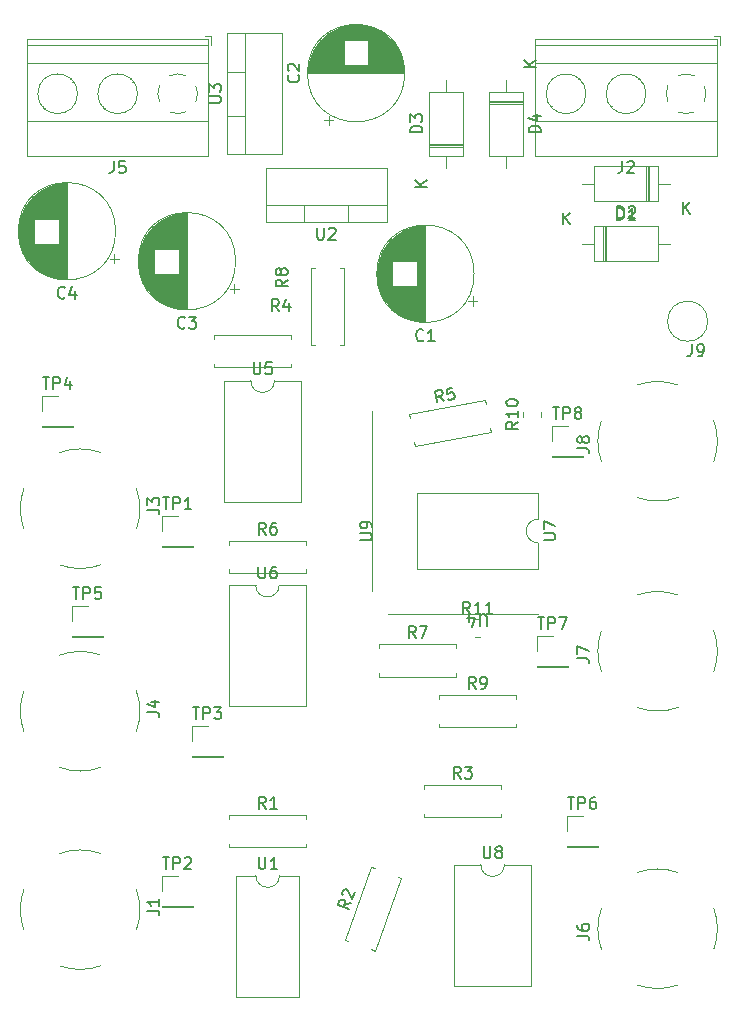
<source format=gbr>
%TF.GenerationSoftware,KiCad,Pcbnew,(6.0.9)*%
%TF.CreationDate,2023-04-20T10:47:30+05:30*%
%TF.ProjectId,CT,43542e6b-6963-4616-945f-706362585858,rev?*%
%TF.SameCoordinates,Original*%
%TF.FileFunction,Legend,Top*%
%TF.FilePolarity,Positive*%
%FSLAX46Y46*%
G04 Gerber Fmt 4.6, Leading zero omitted, Abs format (unit mm)*
G04 Created by KiCad (PCBNEW (6.0.9)) date 2023-04-20 10:47:30*
%MOMM*%
%LPD*%
G01*
G04 APERTURE LIST*
%ADD10C,0.150000*%
%ADD11C,0.120000*%
G04 APERTURE END LIST*
D10*
%TO.C,R1*%
X70953333Y-137782380D02*
X70620000Y-137306190D01*
X70381904Y-137782380D02*
X70381904Y-136782380D01*
X70762857Y-136782380D01*
X70858095Y-136830000D01*
X70905714Y-136877619D01*
X70953333Y-136972857D01*
X70953333Y-137115714D01*
X70905714Y-137210952D01*
X70858095Y-137258571D01*
X70762857Y-137306190D01*
X70381904Y-137306190D01*
X71905714Y-137782380D02*
X71334285Y-137782380D01*
X71620000Y-137782380D02*
X71620000Y-136782380D01*
X71524761Y-136925238D01*
X71429523Y-137020476D01*
X71334285Y-137068095D01*
%TO.C,U8*%
X89408095Y-140975380D02*
X89408095Y-141784904D01*
X89455714Y-141880142D01*
X89503333Y-141927761D01*
X89598571Y-141975380D01*
X89789047Y-141975380D01*
X89884285Y-141927761D01*
X89931904Y-141880142D01*
X89979523Y-141784904D01*
X89979523Y-140975380D01*
X90598571Y-141403952D02*
X90503333Y-141356333D01*
X90455714Y-141308714D01*
X90408095Y-141213476D01*
X90408095Y-141165857D01*
X90455714Y-141070619D01*
X90503333Y-141023000D01*
X90598571Y-140975380D01*
X90789047Y-140975380D01*
X90884285Y-141023000D01*
X90931904Y-141070619D01*
X90979523Y-141165857D01*
X90979523Y-141213476D01*
X90931904Y-141308714D01*
X90884285Y-141356333D01*
X90789047Y-141403952D01*
X90598571Y-141403952D01*
X90503333Y-141451571D01*
X90455714Y-141499190D01*
X90408095Y-141594428D01*
X90408095Y-141784904D01*
X90455714Y-141880142D01*
X90503333Y-141927761D01*
X90598571Y-141975380D01*
X90789047Y-141975380D01*
X90884285Y-141927761D01*
X90931904Y-141880142D01*
X90979523Y-141784904D01*
X90979523Y-141594428D01*
X90931904Y-141499190D01*
X90884285Y-141451571D01*
X90789047Y-141403952D01*
%TO.C,J6*%
X97342380Y-148538333D02*
X98056666Y-148538333D01*
X98199523Y-148585952D01*
X98294761Y-148681190D01*
X98342380Y-148824047D01*
X98342380Y-148919285D01*
X97342380Y-147633571D02*
X97342380Y-147824047D01*
X97390000Y-147919285D01*
X97437619Y-147966904D01*
X97580476Y-148062142D01*
X97770952Y-148109761D01*
X98151904Y-148109761D01*
X98247142Y-148062142D01*
X98294761Y-148014523D01*
X98342380Y-147919285D01*
X98342380Y-147728809D01*
X98294761Y-147633571D01*
X98247142Y-147585952D01*
X98151904Y-147538333D01*
X97913809Y-147538333D01*
X97818571Y-147585952D01*
X97770952Y-147633571D01*
X97723333Y-147728809D01*
X97723333Y-147919285D01*
X97770952Y-148014523D01*
X97818571Y-148062142D01*
X97913809Y-148109761D01*
%TO.C,R8*%
X72804680Y-93007376D02*
X72328490Y-93340710D01*
X72804680Y-93578805D02*
X71804680Y-93578805D01*
X71804680Y-93197852D01*
X71852300Y-93102614D01*
X71899919Y-93054995D01*
X71995157Y-93007376D01*
X72138014Y-93007376D01*
X72233252Y-93054995D01*
X72280871Y-93102614D01*
X72328490Y-93197852D01*
X72328490Y-93578805D01*
X72233252Y-92435948D02*
X72185633Y-92531186D01*
X72138014Y-92578805D01*
X72042776Y-92626424D01*
X71995157Y-92626424D01*
X71899919Y-92578805D01*
X71852300Y-92531186D01*
X71804680Y-92435948D01*
X71804680Y-92245471D01*
X71852300Y-92150233D01*
X71899919Y-92102614D01*
X71995157Y-92054995D01*
X72042776Y-92054995D01*
X72138014Y-92102614D01*
X72185633Y-92150233D01*
X72233252Y-92245471D01*
X72233252Y-92435948D01*
X72280871Y-92531186D01*
X72328490Y-92578805D01*
X72423728Y-92626424D01*
X72614204Y-92626424D01*
X72709442Y-92578805D01*
X72757061Y-92531186D01*
X72804680Y-92435948D01*
X72804680Y-92245471D01*
X72757061Y-92150233D01*
X72709442Y-92102614D01*
X72614204Y-92054995D01*
X72423728Y-92054995D01*
X72328490Y-92102614D01*
X72280871Y-92150233D01*
X72233252Y-92245471D01*
%TO.C,TP8*%
X95258095Y-103802380D02*
X95829523Y-103802380D01*
X95543809Y-104802380D02*
X95543809Y-103802380D01*
X96162857Y-104802380D02*
X96162857Y-103802380D01*
X96543809Y-103802380D01*
X96639047Y-103850000D01*
X96686666Y-103897619D01*
X96734285Y-103992857D01*
X96734285Y-104135714D01*
X96686666Y-104230952D01*
X96639047Y-104278571D01*
X96543809Y-104326190D01*
X96162857Y-104326190D01*
X97305714Y-104230952D02*
X97210476Y-104183333D01*
X97162857Y-104135714D01*
X97115238Y-104040476D01*
X97115238Y-103992857D01*
X97162857Y-103897619D01*
X97210476Y-103850000D01*
X97305714Y-103802380D01*
X97496190Y-103802380D01*
X97591428Y-103850000D01*
X97639047Y-103897619D01*
X97686666Y-103992857D01*
X97686666Y-104040476D01*
X97639047Y-104135714D01*
X97591428Y-104183333D01*
X97496190Y-104230952D01*
X97305714Y-104230952D01*
X97210476Y-104278571D01*
X97162857Y-104326190D01*
X97115238Y-104421428D01*
X97115238Y-104611904D01*
X97162857Y-104707142D01*
X97210476Y-104754761D01*
X97305714Y-104802380D01*
X97496190Y-104802380D01*
X97591428Y-104754761D01*
X97639047Y-104707142D01*
X97686666Y-104611904D01*
X97686666Y-104421428D01*
X97639047Y-104326190D01*
X97591428Y-104278571D01*
X97496190Y-104230952D01*
%TO.C,R9*%
X88723333Y-127622380D02*
X88390000Y-127146190D01*
X88151904Y-127622380D02*
X88151904Y-126622380D01*
X88532857Y-126622380D01*
X88628095Y-126670000D01*
X88675714Y-126717619D01*
X88723333Y-126812857D01*
X88723333Y-126955714D01*
X88675714Y-127050952D01*
X88628095Y-127098571D01*
X88532857Y-127146190D01*
X88151904Y-127146190D01*
X89199523Y-127622380D02*
X89390000Y-127622380D01*
X89485238Y-127574761D01*
X89532857Y-127527142D01*
X89628095Y-127384285D01*
X89675714Y-127193809D01*
X89675714Y-126812857D01*
X89628095Y-126717619D01*
X89580476Y-126670000D01*
X89485238Y-126622380D01*
X89294761Y-126622380D01*
X89199523Y-126670000D01*
X89151904Y-126717619D01*
X89104285Y-126812857D01*
X89104285Y-127050952D01*
X89151904Y-127146190D01*
X89199523Y-127193809D01*
X89294761Y-127241428D01*
X89485238Y-127241428D01*
X89580476Y-127193809D01*
X89628095Y-127146190D01*
X89675714Y-127050952D01*
%TO.C,U5*%
X69938095Y-100002380D02*
X69938095Y-100811904D01*
X69985714Y-100907142D01*
X70033333Y-100954761D01*
X70128571Y-101002380D01*
X70319047Y-101002380D01*
X70414285Y-100954761D01*
X70461904Y-100907142D01*
X70509523Y-100811904D01*
X70509523Y-100002380D01*
X71461904Y-100002380D02*
X70985714Y-100002380D01*
X70938095Y-100478571D01*
X70985714Y-100430952D01*
X71080952Y-100383333D01*
X71319047Y-100383333D01*
X71414285Y-100430952D01*
X71461904Y-100478571D01*
X71509523Y-100573809D01*
X71509523Y-100811904D01*
X71461904Y-100907142D01*
X71414285Y-100954761D01*
X71319047Y-101002380D01*
X71080952Y-101002380D01*
X70985714Y-100954761D01*
X70938095Y-100907142D01*
%TO.C,*%
%TO.C,J3*%
X60947380Y-112478333D02*
X61661666Y-112478333D01*
X61804523Y-112525952D01*
X61899761Y-112621190D01*
X61947380Y-112764047D01*
X61947380Y-112859285D01*
X60947380Y-112097380D02*
X60947380Y-111478333D01*
X61328333Y-111811666D01*
X61328333Y-111668809D01*
X61375952Y-111573571D01*
X61423571Y-111525952D01*
X61518809Y-111478333D01*
X61756904Y-111478333D01*
X61852142Y-111525952D01*
X61899761Y-111573571D01*
X61947380Y-111668809D01*
X61947380Y-111954523D01*
X61899761Y-112049761D01*
X61852142Y-112097380D01*
%TO.C,R6*%
X70953333Y-114582380D02*
X70620000Y-114106190D01*
X70381904Y-114582380D02*
X70381904Y-113582380D01*
X70762857Y-113582380D01*
X70858095Y-113630000D01*
X70905714Y-113677619D01*
X70953333Y-113772857D01*
X70953333Y-113915714D01*
X70905714Y-114010952D01*
X70858095Y-114058571D01*
X70762857Y-114106190D01*
X70381904Y-114106190D01*
X71810476Y-113582380D02*
X71620000Y-113582380D01*
X71524761Y-113630000D01*
X71477142Y-113677619D01*
X71381904Y-113820476D01*
X71334285Y-114010952D01*
X71334285Y-114391904D01*
X71381904Y-114487142D01*
X71429523Y-114534761D01*
X71524761Y-114582380D01*
X71715238Y-114582380D01*
X71810476Y-114534761D01*
X71858095Y-114487142D01*
X71905714Y-114391904D01*
X71905714Y-114153809D01*
X71858095Y-114058571D01*
X71810476Y-114010952D01*
X71715238Y-113963333D01*
X71524761Y-113963333D01*
X71429523Y-114010952D01*
X71381904Y-114058571D01*
X71334285Y-114153809D01*
%TO.C,D1*%
X100731194Y-87944680D02*
X100731194Y-86944680D01*
X100969290Y-86944680D01*
X101112147Y-86992300D01*
X101207385Y-87087538D01*
X101255004Y-87182776D01*
X101302623Y-87373252D01*
X101302623Y-87516109D01*
X101255004Y-87706585D01*
X101207385Y-87801823D01*
X101112147Y-87897061D01*
X100969290Y-87944680D01*
X100731194Y-87944680D01*
X102255004Y-87944680D02*
X101683575Y-87944680D01*
X101969290Y-87944680D02*
X101969290Y-86944680D01*
X101874051Y-87087538D01*
X101778813Y-87182776D01*
X101683575Y-87230395D01*
X96127385Y-88314680D02*
X96127385Y-87314680D01*
X96698813Y-88314680D02*
X96270242Y-87743252D01*
X96698813Y-87314680D02*
X96127385Y-87886109D01*
%TO.C,U9*%
X78952380Y-115061904D02*
X79761904Y-115061904D01*
X79857142Y-115014285D01*
X79904761Y-114966666D01*
X79952380Y-114871428D01*
X79952380Y-114680952D01*
X79904761Y-114585714D01*
X79857142Y-114538095D01*
X79761904Y-114490476D01*
X78952380Y-114490476D01*
X79952380Y-113966666D02*
X79952380Y-113776190D01*
X79904761Y-113680952D01*
X79857142Y-113633333D01*
X79714285Y-113538095D01*
X79523809Y-113490476D01*
X79142857Y-113490476D01*
X79047619Y-113538095D01*
X79000000Y-113585714D01*
X78952380Y-113680952D01*
X78952380Y-113871428D01*
X79000000Y-113966666D01*
X79047619Y-114014285D01*
X79142857Y-114061904D01*
X79380952Y-114061904D01*
X79476190Y-114014285D01*
X79523809Y-113966666D01*
X79571428Y-113871428D01*
X79571428Y-113680952D01*
X79523809Y-113585714D01*
X79476190Y-113538095D01*
X79380952Y-113490476D01*
%TO.C,J2*%
X101135956Y-82974680D02*
X101135956Y-83688966D01*
X101088337Y-83831823D01*
X100993099Y-83927061D01*
X100850242Y-83974680D01*
X100755004Y-83974680D01*
X101564528Y-83069919D02*
X101612147Y-83022300D01*
X101707385Y-82974680D01*
X101945480Y-82974680D01*
X102040718Y-83022300D01*
X102088337Y-83069919D01*
X102135956Y-83165157D01*
X102135956Y-83260395D01*
X102088337Y-83403252D01*
X101516909Y-83974680D01*
X102135956Y-83974680D01*
%TO.C,*%
%TO.C,J1*%
X60947380Y-146425333D02*
X61661666Y-146425333D01*
X61804523Y-146472952D01*
X61899761Y-146568190D01*
X61947380Y-146711047D01*
X61947380Y-146806285D01*
X61947380Y-145425333D02*
X61947380Y-145996761D01*
X61947380Y-145711047D02*
X60947380Y-145711047D01*
X61090238Y-145806285D01*
X61185476Y-145901523D01*
X61233095Y-145996761D01*
%TO.C,C1*%
X84312623Y-98109442D02*
X84265004Y-98157061D01*
X84122147Y-98204680D01*
X84026909Y-98204680D01*
X83884051Y-98157061D01*
X83788813Y-98061823D01*
X83741194Y-97966585D01*
X83693575Y-97776109D01*
X83693575Y-97633252D01*
X83741194Y-97442776D01*
X83788813Y-97347538D01*
X83884051Y-97252300D01*
X84026909Y-97204680D01*
X84122147Y-97204680D01*
X84265004Y-97252300D01*
X84312623Y-97299919D01*
X85265004Y-98204680D02*
X84693575Y-98204680D01*
X84979290Y-98204680D02*
X84979290Y-97204680D01*
X84884051Y-97347538D01*
X84788813Y-97442776D01*
X84693575Y-97490395D01*
%TO.C,R7*%
X83653333Y-123342380D02*
X83320000Y-122866190D01*
X83081904Y-123342380D02*
X83081904Y-122342380D01*
X83462857Y-122342380D01*
X83558095Y-122390000D01*
X83605714Y-122437619D01*
X83653333Y-122532857D01*
X83653333Y-122675714D01*
X83605714Y-122770952D01*
X83558095Y-122818571D01*
X83462857Y-122866190D01*
X83081904Y-122866190D01*
X83986666Y-122342380D02*
X84653333Y-122342380D01*
X84224761Y-123342380D01*
%TO.C,*%
%TO.C,R11*%
X88257142Y-121302380D02*
X87923809Y-120826190D01*
X87685714Y-121302380D02*
X87685714Y-120302380D01*
X88066666Y-120302380D01*
X88161904Y-120350000D01*
X88209523Y-120397619D01*
X88257142Y-120492857D01*
X88257142Y-120635714D01*
X88209523Y-120730952D01*
X88161904Y-120778571D01*
X88066666Y-120826190D01*
X87685714Y-120826190D01*
X89209523Y-121302380D02*
X88638095Y-121302380D01*
X88923809Y-121302380D02*
X88923809Y-120302380D01*
X88828571Y-120445238D01*
X88733333Y-120540476D01*
X88638095Y-120588095D01*
X90161904Y-121302380D02*
X89590476Y-121302380D01*
X89876190Y-121302380D02*
X89876190Y-120302380D01*
X89780952Y-120445238D01*
X89685714Y-120540476D01*
X89590476Y-120588095D01*
%TO.C,C4*%
X53963333Y-94507142D02*
X53915714Y-94554761D01*
X53772857Y-94602380D01*
X53677619Y-94602380D01*
X53534761Y-94554761D01*
X53439523Y-94459523D01*
X53391904Y-94364285D01*
X53344285Y-94173809D01*
X53344285Y-94030952D01*
X53391904Y-93840476D01*
X53439523Y-93745238D01*
X53534761Y-93650000D01*
X53677619Y-93602380D01*
X53772857Y-93602380D01*
X53915714Y-93650000D01*
X53963333Y-93697619D01*
X54820476Y-93935714D02*
X54820476Y-94602380D01*
X54582380Y-93554761D02*
X54344285Y-94269047D01*
X54963333Y-94269047D01*
%TO.C,TP5*%
X54618095Y-119042380D02*
X55189523Y-119042380D01*
X54903809Y-120042380D02*
X54903809Y-119042380D01*
X55522857Y-120042380D02*
X55522857Y-119042380D01*
X55903809Y-119042380D01*
X55999047Y-119090000D01*
X56046666Y-119137619D01*
X56094285Y-119232857D01*
X56094285Y-119375714D01*
X56046666Y-119470952D01*
X55999047Y-119518571D01*
X55903809Y-119566190D01*
X55522857Y-119566190D01*
X56999047Y-119042380D02*
X56522857Y-119042380D01*
X56475238Y-119518571D01*
X56522857Y-119470952D01*
X56618095Y-119423333D01*
X56856190Y-119423333D01*
X56951428Y-119470952D01*
X56999047Y-119518571D01*
X57046666Y-119613809D01*
X57046666Y-119851904D01*
X56999047Y-119947142D01*
X56951428Y-119994761D01*
X56856190Y-120042380D01*
X56618095Y-120042380D01*
X56522857Y-119994761D01*
X56475238Y-119947142D01*
%TO.C,TP2*%
X62238095Y-141902380D02*
X62809523Y-141902380D01*
X62523809Y-142902380D02*
X62523809Y-141902380D01*
X63142857Y-142902380D02*
X63142857Y-141902380D01*
X63523809Y-141902380D01*
X63619047Y-141950000D01*
X63666666Y-141997619D01*
X63714285Y-142092857D01*
X63714285Y-142235714D01*
X63666666Y-142330952D01*
X63619047Y-142378571D01*
X63523809Y-142426190D01*
X63142857Y-142426190D01*
X64095238Y-141997619D02*
X64142857Y-141950000D01*
X64238095Y-141902380D01*
X64476190Y-141902380D01*
X64571428Y-141950000D01*
X64619047Y-141997619D01*
X64666666Y-142092857D01*
X64666666Y-142188095D01*
X64619047Y-142330952D01*
X64047619Y-142902380D01*
X64666666Y-142902380D01*
%TO.C,C2*%
X73716432Y-75678966D02*
X73764051Y-75726585D01*
X73811670Y-75869442D01*
X73811670Y-75964680D01*
X73764051Y-76107538D01*
X73668813Y-76202776D01*
X73573575Y-76250395D01*
X73383099Y-76298014D01*
X73240242Y-76298014D01*
X73049766Y-76250395D01*
X72954528Y-76202776D01*
X72859290Y-76107538D01*
X72811670Y-75964680D01*
X72811670Y-75869442D01*
X72859290Y-75726585D01*
X72906909Y-75678966D01*
X72906909Y-75298014D02*
X72859290Y-75250395D01*
X72811670Y-75155157D01*
X72811670Y-74917061D01*
X72859290Y-74821823D01*
X72906909Y-74774204D01*
X73002147Y-74726585D01*
X73097385Y-74726585D01*
X73240242Y-74774204D01*
X73811670Y-75345633D01*
X73811670Y-74726585D01*
%TO.C,J5*%
X58091666Y-82974680D02*
X58091666Y-83688966D01*
X58044047Y-83831823D01*
X57948809Y-83927061D01*
X57805952Y-83974680D01*
X57710714Y-83974680D01*
X59044047Y-82974680D02*
X58567857Y-82974680D01*
X58520238Y-83450871D01*
X58567857Y-83403252D01*
X58663095Y-83355633D01*
X58901190Y-83355633D01*
X58996428Y-83403252D01*
X59044047Y-83450871D01*
X59091666Y-83546109D01*
X59091666Y-83784204D01*
X59044047Y-83879442D01*
X58996428Y-83927061D01*
X58901190Y-83974680D01*
X58663095Y-83974680D01*
X58567857Y-83927061D01*
X58520238Y-83879442D01*
%TO.C,D2*%
X100731194Y-87804680D02*
X100731194Y-86804680D01*
X100969290Y-86804680D01*
X101112147Y-86852300D01*
X101207385Y-86947538D01*
X101255004Y-87042776D01*
X101302623Y-87233252D01*
X101302623Y-87376109D01*
X101255004Y-87566585D01*
X101207385Y-87661823D01*
X101112147Y-87757061D01*
X100969290Y-87804680D01*
X100731194Y-87804680D01*
X101683575Y-86899919D02*
X101731194Y-86852300D01*
X101826432Y-86804680D01*
X102064528Y-86804680D01*
X102159766Y-86852300D01*
X102207385Y-86899919D01*
X102255004Y-86995157D01*
X102255004Y-87090395D01*
X102207385Y-87233252D01*
X101635956Y-87804680D01*
X102255004Y-87804680D01*
X106287385Y-87434680D02*
X106287385Y-86434680D01*
X106858813Y-87434680D02*
X106430242Y-86863252D01*
X106858813Y-86434680D02*
X106287385Y-87006109D01*
%TO.C,*%
%TO.C,R10*%
X92302380Y-105042857D02*
X91826190Y-105376190D01*
X92302380Y-105614285D02*
X91302380Y-105614285D01*
X91302380Y-105233333D01*
X91350000Y-105138095D01*
X91397619Y-105090476D01*
X91492857Y-105042857D01*
X91635714Y-105042857D01*
X91730952Y-105090476D01*
X91778571Y-105138095D01*
X91826190Y-105233333D01*
X91826190Y-105614285D01*
X92302380Y-104090476D02*
X92302380Y-104661904D01*
X92302380Y-104376190D02*
X91302380Y-104376190D01*
X91445238Y-104471428D01*
X91540476Y-104566666D01*
X91588095Y-104661904D01*
X91302380Y-103471428D02*
X91302380Y-103376190D01*
X91350000Y-103280952D01*
X91397619Y-103233333D01*
X91492857Y-103185714D01*
X91683333Y-103138095D01*
X91921428Y-103138095D01*
X92111904Y-103185714D01*
X92207142Y-103233333D01*
X92254761Y-103280952D01*
X92302380Y-103376190D01*
X92302380Y-103471428D01*
X92254761Y-103566666D01*
X92207142Y-103614285D01*
X92111904Y-103661904D01*
X91921428Y-103709523D01*
X91683333Y-103709523D01*
X91492857Y-103661904D01*
X91397619Y-103614285D01*
X91350000Y-103566666D01*
X91302380Y-103471428D01*
%TO.C,TP7*%
X93988095Y-121582380D02*
X94559523Y-121582380D01*
X94273809Y-122582380D02*
X94273809Y-121582380D01*
X94892857Y-122582380D02*
X94892857Y-121582380D01*
X95273809Y-121582380D01*
X95369047Y-121630000D01*
X95416666Y-121677619D01*
X95464285Y-121772857D01*
X95464285Y-121915714D01*
X95416666Y-122010952D01*
X95369047Y-122058571D01*
X95273809Y-122106190D01*
X94892857Y-122106190D01*
X95797619Y-121582380D02*
X96464285Y-121582380D01*
X96035714Y-122582380D01*
%TO.C,U1*%
X70368095Y-141902380D02*
X70368095Y-142711904D01*
X70415714Y-142807142D01*
X70463333Y-142854761D01*
X70558571Y-142902380D01*
X70749047Y-142902380D01*
X70844285Y-142854761D01*
X70891904Y-142807142D01*
X70939523Y-142711904D01*
X70939523Y-141902380D01*
X71939523Y-142902380D02*
X71368095Y-142902380D01*
X71653809Y-142902380D02*
X71653809Y-141902380D01*
X71558571Y-142045238D01*
X71463333Y-142140476D01*
X71368095Y-142188095D01*
%TO.C,D3*%
X84211670Y-80540395D02*
X83211670Y-80540395D01*
X83211670Y-80302300D01*
X83259290Y-80159442D01*
X83354528Y-80064204D01*
X83449766Y-80016585D01*
X83640242Y-79968966D01*
X83783099Y-79968966D01*
X83973575Y-80016585D01*
X84068813Y-80064204D01*
X84164051Y-80159442D01*
X84211670Y-80302300D01*
X84211670Y-80540395D01*
X83211670Y-79635633D02*
X83211670Y-79016585D01*
X83592623Y-79349919D01*
X83592623Y-79207061D01*
X83640242Y-79111823D01*
X83687861Y-79064204D01*
X83783099Y-79016585D01*
X84021194Y-79016585D01*
X84116432Y-79064204D01*
X84164051Y-79111823D01*
X84211670Y-79207061D01*
X84211670Y-79492776D01*
X84164051Y-79588014D01*
X84116432Y-79635633D01*
X84581670Y-85144204D02*
X83581670Y-85144204D01*
X84581670Y-84572776D02*
X84010242Y-85001347D01*
X83581670Y-84572776D02*
X84153099Y-85144204D01*
%TO.C,U2*%
X75307385Y-88604680D02*
X75307385Y-89414204D01*
X75355004Y-89509442D01*
X75402623Y-89557061D01*
X75497861Y-89604680D01*
X75688337Y-89604680D01*
X75783575Y-89557061D01*
X75831194Y-89509442D01*
X75878813Y-89414204D01*
X75878813Y-88604680D01*
X76307385Y-88699919D02*
X76355004Y-88652300D01*
X76450242Y-88604680D01*
X76688337Y-88604680D01*
X76783575Y-88652300D01*
X76831194Y-88699919D01*
X76878813Y-88795157D01*
X76878813Y-88890395D01*
X76831194Y-89033252D01*
X76259766Y-89604680D01*
X76878813Y-89604680D01*
%TO.C,J9*%
X107046666Y-98472380D02*
X107046666Y-99186666D01*
X106999047Y-99329523D01*
X106903809Y-99424761D01*
X106760952Y-99472380D01*
X106665714Y-99472380D01*
X107570476Y-99472380D02*
X107760952Y-99472380D01*
X107856190Y-99424761D01*
X107903809Y-99377142D01*
X107999047Y-99234285D01*
X108046666Y-99043809D01*
X108046666Y-98662857D01*
X107999047Y-98567619D01*
X107951428Y-98520000D01*
X107856190Y-98472380D01*
X107665714Y-98472380D01*
X107570476Y-98520000D01*
X107522857Y-98567619D01*
X107475238Y-98662857D01*
X107475238Y-98900952D01*
X107522857Y-98996190D01*
X107570476Y-99043809D01*
X107665714Y-99091428D01*
X107856190Y-99091428D01*
X107951428Y-99043809D01*
X107999047Y-98996190D01*
X108046666Y-98900952D01*
%TO.C,*%
%TO.C,R2*%
X78184120Y-145780521D02*
X77622641Y-145930885D01*
X77988680Y-146317489D02*
X77048987Y-145975468D01*
X77179281Y-145617490D01*
X77256601Y-145544282D01*
X77317635Y-145515822D01*
X77423417Y-145503648D01*
X77557658Y-145552508D01*
X77630866Y-145629829D01*
X77659327Y-145690862D01*
X77671501Y-145796644D01*
X77541207Y-146154622D01*
X77464215Y-145113096D02*
X77435755Y-145052062D01*
X77423581Y-144946281D01*
X77505014Y-144722545D01*
X77582335Y-144649337D01*
X77643369Y-144620876D01*
X77749150Y-144608703D01*
X77838645Y-144641276D01*
X77956600Y-144734883D01*
X78298127Y-145467290D01*
X78509854Y-144885576D01*
%TO.C,R3*%
X87463333Y-135242380D02*
X87130000Y-134766190D01*
X86891904Y-135242380D02*
X86891904Y-134242380D01*
X87272857Y-134242380D01*
X87368095Y-134290000D01*
X87415714Y-134337619D01*
X87463333Y-134432857D01*
X87463333Y-134575714D01*
X87415714Y-134670952D01*
X87368095Y-134718571D01*
X87272857Y-134766190D01*
X86891904Y-134766190D01*
X87796666Y-134242380D02*
X88415714Y-134242380D01*
X88082380Y-134623333D01*
X88225238Y-134623333D01*
X88320476Y-134670952D01*
X88368095Y-134718571D01*
X88415714Y-134813809D01*
X88415714Y-135051904D01*
X88368095Y-135147142D01*
X88320476Y-135194761D01*
X88225238Y-135242380D01*
X87939523Y-135242380D01*
X87844285Y-135194761D01*
X87796666Y-135147142D01*
%TO.C,R5*%
X86054991Y-103278855D02*
X85644032Y-102867782D01*
X85492244Y-103378083D02*
X85318596Y-102393275D01*
X85693760Y-102327123D01*
X85795821Y-102357481D01*
X85850985Y-102396108D01*
X85914419Y-102481630D01*
X85939226Y-102622317D01*
X85908868Y-102724377D01*
X85870241Y-102779541D01*
X85784719Y-102842975D01*
X85409554Y-102909127D01*
X86772359Y-102136937D02*
X86303403Y-102219627D01*
X86339197Y-102696852D01*
X86377824Y-102641687D01*
X86463346Y-102578254D01*
X86697824Y-102536909D01*
X86799884Y-102567267D01*
X86855049Y-102605893D01*
X86918483Y-102691415D01*
X86959827Y-102925893D01*
X86929470Y-103027954D01*
X86890843Y-103083118D01*
X86805321Y-103146552D01*
X86570843Y-103187897D01*
X86468783Y-103157539D01*
X86413618Y-103118912D01*
%TO.C,TP3*%
X64778095Y-129202380D02*
X65349523Y-129202380D01*
X65063809Y-130202380D02*
X65063809Y-129202380D01*
X65682857Y-130202380D02*
X65682857Y-129202380D01*
X66063809Y-129202380D01*
X66159047Y-129250000D01*
X66206666Y-129297619D01*
X66254285Y-129392857D01*
X66254285Y-129535714D01*
X66206666Y-129630952D01*
X66159047Y-129678571D01*
X66063809Y-129726190D01*
X65682857Y-129726190D01*
X66587619Y-129202380D02*
X67206666Y-129202380D01*
X66873333Y-129583333D01*
X67016190Y-129583333D01*
X67111428Y-129630952D01*
X67159047Y-129678571D01*
X67206666Y-129773809D01*
X67206666Y-130011904D01*
X67159047Y-130107142D01*
X67111428Y-130154761D01*
X67016190Y-130202380D01*
X66730476Y-130202380D01*
X66635238Y-130154761D01*
X66587619Y-130107142D01*
%TO.C,C3*%
X64123333Y-97047142D02*
X64075714Y-97094761D01*
X63932857Y-97142380D01*
X63837619Y-97142380D01*
X63694761Y-97094761D01*
X63599523Y-96999523D01*
X63551904Y-96904285D01*
X63504285Y-96713809D01*
X63504285Y-96570952D01*
X63551904Y-96380476D01*
X63599523Y-96285238D01*
X63694761Y-96190000D01*
X63837619Y-96142380D01*
X63932857Y-96142380D01*
X64075714Y-96190000D01*
X64123333Y-96237619D01*
X64456666Y-96142380D02*
X65075714Y-96142380D01*
X64742380Y-96523333D01*
X64885238Y-96523333D01*
X64980476Y-96570952D01*
X65028095Y-96618571D01*
X65075714Y-96713809D01*
X65075714Y-96951904D01*
X65028095Y-97047142D01*
X64980476Y-97094761D01*
X64885238Y-97142380D01*
X64599523Y-97142380D01*
X64504285Y-97094761D01*
X64456666Y-97047142D01*
%TO.C,D4*%
X94231670Y-80540395D02*
X93231670Y-80540395D01*
X93231670Y-80302300D01*
X93279290Y-80159442D01*
X93374528Y-80064204D01*
X93469766Y-80016585D01*
X93660242Y-79968966D01*
X93803099Y-79968966D01*
X93993575Y-80016585D01*
X94088813Y-80064204D01*
X94184051Y-80159442D01*
X94231670Y-80302300D01*
X94231670Y-80540395D01*
X93565004Y-79111823D02*
X94231670Y-79111823D01*
X93184051Y-79349919D02*
X93898337Y-79588014D01*
X93898337Y-78968966D01*
X93861670Y-74984204D02*
X92861670Y-74984204D01*
X93861670Y-74412776D02*
X93290242Y-74841347D01*
X92861670Y-74412776D02*
X93433099Y-74984204D01*
%TO.C,TP6*%
X96528095Y-136822380D02*
X97099523Y-136822380D01*
X96813809Y-137822380D02*
X96813809Y-136822380D01*
X97432857Y-137822380D02*
X97432857Y-136822380D01*
X97813809Y-136822380D01*
X97909047Y-136870000D01*
X97956666Y-136917619D01*
X98004285Y-137012857D01*
X98004285Y-137155714D01*
X97956666Y-137250952D01*
X97909047Y-137298571D01*
X97813809Y-137346190D01*
X97432857Y-137346190D01*
X98861428Y-136822380D02*
X98670952Y-136822380D01*
X98575714Y-136870000D01*
X98528095Y-136917619D01*
X98432857Y-137060476D01*
X98385238Y-137250952D01*
X98385238Y-137631904D01*
X98432857Y-137727142D01*
X98480476Y-137774761D01*
X98575714Y-137822380D01*
X98766190Y-137822380D01*
X98861428Y-137774761D01*
X98909047Y-137727142D01*
X98956666Y-137631904D01*
X98956666Y-137393809D01*
X98909047Y-137298571D01*
X98861428Y-137250952D01*
X98766190Y-137203333D01*
X98575714Y-137203333D01*
X98480476Y-137250952D01*
X98432857Y-137298571D01*
X98385238Y-137393809D01*
%TO.C,R4*%
X72072623Y-95664680D02*
X71739290Y-95188490D01*
X71501194Y-95664680D02*
X71501194Y-94664680D01*
X71882147Y-94664680D01*
X71977385Y-94712300D01*
X72025004Y-94759919D01*
X72072623Y-94855157D01*
X72072623Y-94998014D01*
X72025004Y-95093252D01*
X71977385Y-95140871D01*
X71882147Y-95188490D01*
X71501194Y-95188490D01*
X72929766Y-94998014D02*
X72929766Y-95664680D01*
X72691670Y-94617061D02*
X72453575Y-95331347D01*
X73072623Y-95331347D01*
%TO.C,U3*%
X66171670Y-78024204D02*
X66981194Y-78024204D01*
X67076432Y-77976585D01*
X67124051Y-77928966D01*
X67171670Y-77833728D01*
X67171670Y-77643252D01*
X67124051Y-77548014D01*
X67076432Y-77500395D01*
X66981194Y-77452776D01*
X66171670Y-77452776D01*
X66171670Y-77071823D02*
X66171670Y-76452776D01*
X66552623Y-76786109D01*
X66552623Y-76643252D01*
X66600242Y-76548014D01*
X66647861Y-76500395D01*
X66743099Y-76452776D01*
X66981194Y-76452776D01*
X67076432Y-76500395D01*
X67124051Y-76548014D01*
X67171670Y-76643252D01*
X67171670Y-76928966D01*
X67124051Y-77024204D01*
X67076432Y-77071823D01*
%TO.C,U7*%
X94482380Y-115041904D02*
X95291904Y-115041904D01*
X95387142Y-114994285D01*
X95434761Y-114946666D01*
X95482380Y-114851428D01*
X95482380Y-114660952D01*
X95434761Y-114565714D01*
X95387142Y-114518095D01*
X95291904Y-114470476D01*
X94482380Y-114470476D01*
X94482380Y-114089523D02*
X94482380Y-113422857D01*
X95482380Y-113851428D01*
%TO.C,TP4*%
X52078095Y-101262380D02*
X52649523Y-101262380D01*
X52363809Y-102262380D02*
X52363809Y-101262380D01*
X52982857Y-102262380D02*
X52982857Y-101262380D01*
X53363809Y-101262380D01*
X53459047Y-101310000D01*
X53506666Y-101357619D01*
X53554285Y-101452857D01*
X53554285Y-101595714D01*
X53506666Y-101690952D01*
X53459047Y-101738571D01*
X53363809Y-101786190D01*
X52982857Y-101786190D01*
X54411428Y-101595714D02*
X54411428Y-102262380D01*
X54173333Y-101214761D02*
X53935238Y-101929047D01*
X54554285Y-101929047D01*
%TO.C,TP1*%
X62238095Y-111422380D02*
X62809523Y-111422380D01*
X62523809Y-112422380D02*
X62523809Y-111422380D01*
X63142857Y-112422380D02*
X63142857Y-111422380D01*
X63523809Y-111422380D01*
X63619047Y-111470000D01*
X63666666Y-111517619D01*
X63714285Y-111612857D01*
X63714285Y-111755714D01*
X63666666Y-111850952D01*
X63619047Y-111898571D01*
X63523809Y-111946190D01*
X63142857Y-111946190D01*
X64666666Y-112422380D02*
X64095238Y-112422380D01*
X64380952Y-112422380D02*
X64380952Y-111422380D01*
X64285714Y-111565238D01*
X64190476Y-111660476D01*
X64095238Y-111708095D01*
%TO.C,J4*%
X60947380Y-129623333D02*
X61661666Y-129623333D01*
X61804523Y-129670952D01*
X61899761Y-129766190D01*
X61947380Y-129909047D01*
X61947380Y-130004285D01*
X61280714Y-128718571D02*
X61947380Y-128718571D01*
X60899761Y-128956666D02*
X61614047Y-129194761D01*
X61614047Y-128575714D01*
%TO.C,U6*%
X70338095Y-117302380D02*
X70338095Y-118111904D01*
X70385714Y-118207142D01*
X70433333Y-118254761D01*
X70528571Y-118302380D01*
X70719047Y-118302380D01*
X70814285Y-118254761D01*
X70861904Y-118207142D01*
X70909523Y-118111904D01*
X70909523Y-117302380D01*
X71814285Y-117302380D02*
X71623809Y-117302380D01*
X71528571Y-117350000D01*
X71480952Y-117397619D01*
X71385714Y-117540476D01*
X71338095Y-117730952D01*
X71338095Y-118111904D01*
X71385714Y-118207142D01*
X71433333Y-118254761D01*
X71528571Y-118302380D01*
X71719047Y-118302380D01*
X71814285Y-118254761D01*
X71861904Y-118207142D01*
X71909523Y-118111904D01*
X71909523Y-117873809D01*
X71861904Y-117778571D01*
X71814285Y-117730952D01*
X71719047Y-117683333D01*
X71528571Y-117683333D01*
X71433333Y-117730952D01*
X71385714Y-117778571D01*
X71338095Y-117873809D01*
%TO.C,U4*%
X89661904Y-122347619D02*
X89661904Y-121538095D01*
X89614285Y-121442857D01*
X89566666Y-121395238D01*
X89471428Y-121347619D01*
X89280952Y-121347619D01*
X89185714Y-121395238D01*
X89138095Y-121442857D01*
X89090476Y-121538095D01*
X89090476Y-122347619D01*
X88185714Y-122014285D02*
X88185714Y-121347619D01*
X88423809Y-122395238D02*
X88661904Y-121680952D01*
X88042857Y-121680952D01*
%TO.C,J8*%
X97342380Y-107263333D02*
X98056666Y-107263333D01*
X98199523Y-107310952D01*
X98294761Y-107406190D01*
X98342380Y-107549047D01*
X98342380Y-107644285D01*
X97770952Y-106644285D02*
X97723333Y-106739523D01*
X97675714Y-106787142D01*
X97580476Y-106834761D01*
X97532857Y-106834761D01*
X97437619Y-106787142D01*
X97390000Y-106739523D01*
X97342380Y-106644285D01*
X97342380Y-106453809D01*
X97390000Y-106358571D01*
X97437619Y-106310952D01*
X97532857Y-106263333D01*
X97580476Y-106263333D01*
X97675714Y-106310952D01*
X97723333Y-106358571D01*
X97770952Y-106453809D01*
X97770952Y-106644285D01*
X97818571Y-106739523D01*
X97866190Y-106787142D01*
X97961428Y-106834761D01*
X98151904Y-106834761D01*
X98247142Y-106787142D01*
X98294761Y-106739523D01*
X98342380Y-106644285D01*
X98342380Y-106453809D01*
X98294761Y-106358571D01*
X98247142Y-106310952D01*
X98151904Y-106263333D01*
X97961428Y-106263333D01*
X97866190Y-106310952D01*
X97818571Y-106358571D01*
X97770952Y-106453809D01*
%TO.C,J7*%
X97342380Y-125043333D02*
X98056666Y-125043333D01*
X98199523Y-125090952D01*
X98294761Y-125186190D01*
X98342380Y-125329047D01*
X98342380Y-125424285D01*
X97342380Y-124662380D02*
X97342380Y-123995714D01*
X98342380Y-124424285D01*
D11*
%TO.C,R1*%
X67850000Y-138660000D02*
X67850000Y-138330000D01*
X67850000Y-140740000D02*
X67850000Y-141070000D01*
X67850000Y-138330000D02*
X74390000Y-138330000D01*
X74390000Y-141070000D02*
X74390000Y-140740000D01*
X67850000Y-141070000D02*
X74390000Y-141070000D01*
X74390000Y-138330000D02*
X74390000Y-138660000D01*
%TO.C,U8*%
X93405000Y-152803000D02*
X93405000Y-142523000D01*
X93405000Y-142523000D02*
X91170000Y-142523000D01*
X86935000Y-142523000D02*
X86935000Y-152803000D01*
X89170000Y-142523000D02*
X86935000Y-142523000D01*
X86935000Y-152803000D02*
X93405000Y-152803000D01*
X89170000Y-142523000D02*
G75*
G03*
X91170000Y-142523000I1000000J0D01*
G01*
%TO.C,J6*%
X99376411Y-146242337D02*
G75*
G03*
X99390000Y-149705000I4763588J-1712664D01*
G01*
X108903589Y-149667663D02*
G75*
G03*
X108890000Y-146205000I-4763589J1712663D01*
G01*
X105852663Y-143191411D02*
G75*
G03*
X102390000Y-143205000I-1712663J-4763589D01*
G01*
X102427337Y-152718589D02*
G75*
G03*
X105890000Y-152705000I1712664J4763588D01*
G01*
%TO.C,R8*%
X77570000Y-91980000D02*
X77240000Y-91980000D01*
X74830000Y-91980000D02*
X75160000Y-91980000D01*
X77570000Y-98520000D02*
X77570000Y-91980000D01*
X77240000Y-98520000D02*
X77570000Y-98520000D01*
X74830000Y-98520000D02*
X74830000Y-91980000D01*
X75160000Y-98520000D02*
X74830000Y-98520000D01*
%TO.C,TP8*%
X97850000Y-107950000D02*
X97850000Y-108010000D01*
X95190000Y-105350000D02*
X96520000Y-105350000D01*
X95190000Y-106680000D02*
X95190000Y-105350000D01*
X95190000Y-107950000D02*
X95190000Y-108010000D01*
X95190000Y-108010000D02*
X97850000Y-108010000D01*
X95190000Y-107950000D02*
X97850000Y-107950000D01*
%TO.C,R9*%
X85620000Y-130580000D02*
X85620000Y-130910000D01*
X85620000Y-128170000D02*
X92160000Y-128170000D01*
X85620000Y-128500000D02*
X85620000Y-128170000D01*
X92160000Y-130910000D02*
X92160000Y-130580000D01*
X85620000Y-130910000D02*
X92160000Y-130910000D01*
X92160000Y-128170000D02*
X92160000Y-128500000D01*
%TO.C,U5*%
X69700000Y-101550000D02*
X67465000Y-101550000D01*
X73935000Y-101550000D02*
X71700000Y-101550000D01*
X67465000Y-111830000D02*
X73935000Y-111830000D01*
X67465000Y-101550000D02*
X67465000Y-111830000D01*
X73935000Y-111830000D02*
X73935000Y-101550000D01*
X69700000Y-101550000D02*
G75*
G03*
X71700000Y-101550000I1000000J0D01*
G01*
%TO.C,J3*%
X50481411Y-110682337D02*
G75*
G03*
X50495000Y-114145000I4763589J-1712663D01*
G01*
X56957663Y-107631411D02*
G75*
G03*
X53495000Y-107645000I-1712664J-4763588D01*
G01*
X60008589Y-114107663D02*
G75*
G03*
X59995000Y-110645000I-4763588J1712664D01*
G01*
X53532337Y-117158589D02*
G75*
G03*
X56995000Y-117145000I1712663J4763589D01*
G01*
%TO.C,R6*%
X74390000Y-117870000D02*
X74390000Y-117540000D01*
X74390000Y-115130000D02*
X74390000Y-115460000D01*
X67850000Y-117540000D02*
X67850000Y-117870000D01*
X67850000Y-115460000D02*
X67850000Y-115130000D01*
X67850000Y-117870000D02*
X74390000Y-117870000D01*
X67850000Y-115130000D02*
X74390000Y-115130000D01*
%TO.C,D1*%
X97729290Y-89962300D02*
X98749290Y-89962300D01*
X104189290Y-91432300D02*
X104189290Y-88492300D01*
X104189290Y-88492300D02*
X98749290Y-88492300D01*
X99529290Y-88492300D02*
X99529290Y-91432300D01*
X105209290Y-89962300D02*
X104189290Y-89962300D01*
X99769290Y-88492300D02*
X99769290Y-91432300D01*
X99649290Y-88492300D02*
X99649290Y-91432300D01*
X98749290Y-88492300D02*
X98749290Y-91432300D01*
X98749290Y-91432300D02*
X104189290Y-91432300D01*
%TO.C,U9*%
X80000000Y-119380000D02*
X80000000Y-104140000D01*
%TO.C,J2*%
X109389290Y-73102300D02*
X109389290Y-72362300D01*
X109149290Y-72602300D02*
X93789290Y-72602300D01*
X100194290Y-78331300D02*
X100241290Y-78285300D01*
X109149290Y-73162300D02*
X93789290Y-73162300D01*
X100399290Y-78537300D02*
X100434290Y-78501300D01*
X109149290Y-82523300D02*
X109149290Y-72602300D01*
X97616290Y-76239300D02*
X97663290Y-76193300D01*
X109389290Y-72362300D02*
X108889290Y-72362300D01*
X97423290Y-76023300D02*
X97458290Y-75988300D01*
X109149290Y-82523300D02*
X93789290Y-82523300D01*
X109149290Y-74662300D02*
X93789290Y-74662300D01*
X102503290Y-76023300D02*
X102538290Y-75988300D01*
X102696290Y-76239300D02*
X102743290Y-76193300D01*
X95114290Y-78331300D02*
X95161290Y-78285300D01*
X93789290Y-82523300D02*
X93789290Y-72602300D01*
X109149290Y-79563300D02*
X93789290Y-79563300D01*
X95319290Y-78537300D02*
X95354290Y-78501300D01*
X108084290Y-77946300D02*
G75*
G03*
X108084717Y-76579258I-1534993J684001D01*
G01*
X105865290Y-78797300D02*
G75*
G03*
X107232332Y-78797727I684001J1534993D01*
G01*
X105014289Y-76578300D02*
G75*
G03*
X105013863Y-77945342I1535001J-684000D01*
G01*
X106549290Y-75582300D02*
G75*
G03*
X105865972Y-75727544I0J-1680000D01*
G01*
X107233290Y-75727300D02*
G75*
G03*
X106520485Y-75582047I-683999J-1535001D01*
G01*
X98069290Y-77262300D02*
G75*
G03*
X98069290Y-77262300I-1680000J0D01*
G01*
X103149290Y-77262300D02*
G75*
G03*
X103149290Y-77262300I-1680000J0D01*
G01*
%TO.C,J1*%
X50481411Y-144629337D02*
G75*
G03*
X50495000Y-148092000I4763589J-1712663D01*
G01*
X56957663Y-141578411D02*
G75*
G03*
X53495000Y-141592000I-1712664J-4763588D01*
G01*
X60008589Y-148054663D02*
G75*
G03*
X59995000Y-144592000I-4763588J1712664D01*
G01*
X53532337Y-151105589D02*
G75*
G03*
X56995000Y-151092000I1712663J4763589D01*
G01*
%TO.C,C1*%
X83078290Y-96337300D02*
X83078290Y-93542300D01*
X82438290Y-91462300D02*
X82438290Y-88962300D01*
X80798290Y-94315300D02*
X80798290Y-90689300D01*
X82078290Y-95811300D02*
X82078290Y-93542300D01*
X81998290Y-91462300D02*
X81998290Y-89252300D01*
X82598290Y-96129300D02*
X82598290Y-93542300D01*
X83078290Y-91462300D02*
X83078290Y-88667300D01*
X81838290Y-91462300D02*
X81838290Y-89378300D01*
X81798290Y-91462300D02*
X81798290Y-89412300D01*
X81958290Y-91462300D02*
X81958290Y-89282300D01*
X81238290Y-95007300D02*
X81238290Y-89997300D01*
X83999290Y-96554300D02*
X83999290Y-88450300D01*
X82638290Y-96149300D02*
X82638290Y-93542300D01*
X82998290Y-91462300D02*
X82998290Y-88697300D01*
X80718290Y-94147300D02*
X80718290Y-90857300D01*
X83678290Y-96504300D02*
X83678290Y-93542300D01*
X82758290Y-91462300D02*
X82758290Y-88798300D01*
X83238290Y-91462300D02*
X83238290Y-88613300D01*
X81518290Y-95328300D02*
X81518290Y-89676300D01*
X83398290Y-96438300D02*
X83398290Y-93542300D01*
X83278290Y-91462300D02*
X83278290Y-88600300D01*
X82198290Y-91462300D02*
X82198290Y-89110300D01*
X81078290Y-94789300D02*
X81078290Y-90215300D01*
X84079290Y-96563300D02*
X84079290Y-88441300D01*
X82278290Y-91462300D02*
X82278290Y-89058300D01*
X83318290Y-91462300D02*
X83318290Y-88588300D01*
X81918290Y-95691300D02*
X81918290Y-93542300D01*
X80838290Y-94392300D02*
X80838290Y-90612300D01*
X82718290Y-91462300D02*
X82718290Y-88816300D01*
X88488988Y-95217300D02*
X88488988Y-94417300D01*
X83558290Y-91462300D02*
X83558290Y-88526300D01*
X84319290Y-96579300D02*
X84319290Y-88425300D01*
X88888988Y-94817300D02*
X88088988Y-94817300D01*
X82518290Y-91462300D02*
X82518290Y-88918300D01*
X82478290Y-96064300D02*
X82478290Y-93542300D01*
X83839290Y-96532300D02*
X83839290Y-88472300D01*
X84399290Y-96582300D02*
X84399290Y-88422300D01*
X84119290Y-96567300D02*
X84119290Y-88437300D01*
X82718290Y-96188300D02*
X82718290Y-93542300D01*
X83598290Y-91462300D02*
X83598290Y-88517300D01*
X80598290Y-93848300D02*
X80598290Y-91156300D01*
X81358290Y-95153300D02*
X81358290Y-89851300D01*
X83758290Y-91462300D02*
X83758290Y-88485300D01*
X83478290Y-91462300D02*
X83478290Y-88545300D01*
X82118290Y-95840300D02*
X82118290Y-93542300D01*
X82758290Y-96206300D02*
X82758290Y-93542300D01*
X81438290Y-95243300D02*
X81438290Y-89761300D01*
X83678290Y-91462300D02*
X83678290Y-88500300D01*
X83758290Y-96519300D02*
X83758290Y-93542300D01*
X80918290Y-94536300D02*
X80918290Y-90468300D01*
X82038290Y-91462300D02*
X82038290Y-89222300D01*
X83959290Y-96550300D02*
X83959290Y-88454300D01*
X84359290Y-96581300D02*
X84359290Y-88423300D01*
X82958290Y-91462300D02*
X82958290Y-88712300D01*
X82678290Y-91462300D02*
X82678290Y-88836300D01*
X83118290Y-91462300D02*
X83118290Y-88652300D01*
X82198290Y-95894300D02*
X82198290Y-93542300D01*
X83638290Y-91462300D02*
X83638290Y-88508300D01*
X83398290Y-91462300D02*
X83398290Y-88566300D01*
X83478290Y-96459300D02*
X83478290Y-93542300D01*
X81678290Y-95485300D02*
X81678290Y-89519300D01*
X84439290Y-96582300D02*
X84439290Y-88422300D01*
X81558290Y-95369300D02*
X81558290Y-89635300D01*
X82358290Y-95995300D02*
X82358290Y-93542300D01*
X84199290Y-96573300D02*
X84199290Y-88431300D01*
X83638290Y-96496300D02*
X83638290Y-93542300D01*
X83198290Y-96379300D02*
X83198290Y-93542300D01*
X84239290Y-96576300D02*
X84239290Y-88428300D01*
X81998290Y-95752300D02*
X81998290Y-93542300D01*
X82118290Y-91462300D02*
X82118290Y-89164300D01*
X80998290Y-94668300D02*
X80998290Y-90336300D01*
X83118290Y-96352300D02*
X83118290Y-93542300D01*
X81598290Y-95409300D02*
X81598290Y-89595300D01*
X80438290Y-93270300D02*
X80438290Y-91734300D01*
X82158290Y-95867300D02*
X82158290Y-93542300D01*
X81038290Y-94730300D02*
X81038290Y-90274300D01*
X81198290Y-94956300D02*
X81198290Y-90048300D01*
X83158290Y-91462300D02*
X83158290Y-88639300D01*
X82838290Y-96242300D02*
X82838290Y-93542300D01*
X81838290Y-95626300D02*
X81838290Y-93542300D01*
X81158290Y-94902300D02*
X81158290Y-90102300D01*
X82358290Y-91462300D02*
X82358290Y-89009300D01*
X81958290Y-95722300D02*
X81958290Y-93542300D01*
X81318290Y-95106300D02*
X81318290Y-89898300D01*
X81878290Y-91462300D02*
X81878290Y-89346300D01*
X82918290Y-96276300D02*
X82918290Y-93542300D01*
X80518290Y-93600300D02*
X80518290Y-91404300D01*
X82998290Y-96307300D02*
X82998290Y-93542300D01*
X83238290Y-96391300D02*
X83238290Y-93542300D01*
X82238290Y-91462300D02*
X82238290Y-89084300D01*
X83919290Y-96544300D02*
X83919290Y-88460300D01*
X83518290Y-91462300D02*
X83518290Y-88535300D01*
X81718290Y-91462300D02*
X81718290Y-89483300D01*
X81118290Y-94847300D02*
X81118290Y-90157300D01*
X83518290Y-96469300D02*
X83518290Y-93542300D01*
X83038290Y-96323300D02*
X83038290Y-93542300D01*
X82238290Y-95920300D02*
X82238290Y-93542300D01*
X80878290Y-94466300D02*
X80878290Y-90538300D01*
X82398290Y-96019300D02*
X82398290Y-93542300D01*
X83318290Y-96416300D02*
X83318290Y-93542300D01*
X81758290Y-95557300D02*
X81758290Y-93542300D01*
X80638290Y-93955300D02*
X80638290Y-91049300D01*
X82638290Y-91462300D02*
X82638290Y-88855300D01*
X82958290Y-96292300D02*
X82958290Y-93542300D01*
X83158290Y-96365300D02*
X83158290Y-93542300D01*
X82598290Y-91462300D02*
X82598290Y-88875300D01*
X82678290Y-96168300D02*
X82678290Y-93542300D01*
X81798290Y-95592300D02*
X81798290Y-93542300D01*
X83358290Y-96427300D02*
X83358290Y-93542300D01*
X83718290Y-91462300D02*
X83718290Y-88492300D01*
X83879290Y-96539300D02*
X83879290Y-88465300D01*
X82558290Y-91462300D02*
X82558290Y-88896300D01*
X82398290Y-91462300D02*
X82398290Y-88985300D01*
X82158290Y-91462300D02*
X82158290Y-89137300D01*
X81638290Y-95447300D02*
X81638290Y-89557300D01*
X80478290Y-93450300D02*
X80478290Y-91554300D01*
X81918290Y-91462300D02*
X81918290Y-89313300D01*
X82798290Y-96224300D02*
X82798290Y-93542300D01*
X84479290Y-96582300D02*
X84479290Y-88422300D01*
X82878290Y-91462300D02*
X82878290Y-88745300D01*
X82838290Y-91462300D02*
X82838290Y-88762300D01*
X82038290Y-95782300D02*
X82038290Y-93542300D01*
X81478290Y-95286300D02*
X81478290Y-89718300D01*
X84159290Y-96570300D02*
X84159290Y-88434300D01*
X83558290Y-96478300D02*
X83558290Y-93542300D01*
X81398290Y-95199300D02*
X81398290Y-89805300D01*
X81718290Y-95521300D02*
X81718290Y-93542300D01*
X82318290Y-91462300D02*
X82318290Y-89033300D01*
X83038290Y-91462300D02*
X83038290Y-88681300D01*
X80758290Y-94233300D02*
X80758290Y-90771300D01*
X84039290Y-96559300D02*
X84039290Y-88445300D01*
X82798290Y-91462300D02*
X82798290Y-88780300D01*
X83358290Y-91462300D02*
X83358290Y-88577300D01*
X82438290Y-96042300D02*
X82438290Y-93542300D01*
X80958290Y-94604300D02*
X80958290Y-90400300D01*
X80398290Y-93035300D02*
X80398290Y-91969300D01*
X82558290Y-96108300D02*
X82558290Y-93542300D01*
X84279290Y-96578300D02*
X84279290Y-88426300D01*
X83438290Y-91462300D02*
X83438290Y-88555300D01*
X80678290Y-94054300D02*
X80678290Y-90950300D01*
X81278290Y-95058300D02*
X81278290Y-89946300D01*
X83198290Y-91462300D02*
X83198290Y-88625300D01*
X83718290Y-96512300D02*
X83718290Y-93542300D01*
X80558290Y-93731300D02*
X80558290Y-91273300D01*
X83799290Y-96526300D02*
X83799290Y-88478300D01*
X82278290Y-95946300D02*
X82278290Y-93542300D01*
X81878290Y-95658300D02*
X81878290Y-93542300D01*
X82078290Y-91462300D02*
X82078290Y-89193300D01*
X82518290Y-96086300D02*
X82518290Y-93542300D01*
X81758290Y-91462300D02*
X81758290Y-89447300D01*
X82478290Y-91462300D02*
X82478290Y-88940300D01*
X83438290Y-96449300D02*
X83438290Y-93542300D01*
X82878290Y-96259300D02*
X82878290Y-93542300D01*
X83598290Y-96487300D02*
X83598290Y-93542300D01*
X83278290Y-96404300D02*
X83278290Y-93542300D01*
X82918290Y-91462300D02*
X82918290Y-88728300D01*
X82318290Y-95971300D02*
X82318290Y-93542300D01*
X88599290Y-92502300D02*
G75*
G03*
X88599290Y-92502300I-4120000J0D01*
G01*
%TO.C,R7*%
X80550000Y-123890000D02*
X87090000Y-123890000D01*
X87090000Y-123890000D02*
X87090000Y-124220000D01*
X80550000Y-126630000D02*
X87090000Y-126630000D01*
X80550000Y-126300000D02*
X80550000Y-126630000D01*
X80550000Y-124220000D02*
X80550000Y-123890000D01*
X87090000Y-126630000D02*
X87090000Y-126300000D01*
%TO.C,R11*%
X88672936Y-123235000D02*
X89127064Y-123235000D01*
X88672936Y-121765000D02*
X89127064Y-121765000D01*
%TO.C,C4*%
X53049000Y-92836000D02*
X53049000Y-89940000D01*
X53450000Y-92924000D02*
X53450000Y-84876000D01*
X53770000Y-92965000D02*
X53770000Y-84835000D01*
X51489000Y-92024000D02*
X51489000Y-89940000D01*
X53570000Y-92942000D02*
X53570000Y-84858000D01*
X51209000Y-91767000D02*
X51209000Y-86033000D01*
X52849000Y-87860000D02*
X52849000Y-85023000D01*
X51369000Y-91919000D02*
X51369000Y-89940000D01*
X51689000Y-87860000D02*
X51689000Y-85620000D01*
X52649000Y-87860000D02*
X52649000Y-85095000D01*
X53610000Y-92948000D02*
X53610000Y-84852000D01*
X52569000Y-87860000D02*
X52569000Y-85126000D01*
X53169000Y-87860000D02*
X53169000Y-84933000D01*
X53730000Y-92961000D02*
X53730000Y-84839000D01*
X51809000Y-87860000D02*
X51809000Y-85535000D01*
X50929000Y-91456000D02*
X50929000Y-86344000D01*
X50609000Y-91002000D02*
X50609000Y-86798000D01*
X52369000Y-87860000D02*
X52369000Y-85214000D01*
X50369000Y-90545000D02*
X50369000Y-87255000D01*
X51729000Y-87860000D02*
X51729000Y-85591000D01*
X52289000Y-92547000D02*
X52289000Y-89940000D01*
X52049000Y-87860000D02*
X52049000Y-85383000D01*
X53129000Y-92857000D02*
X53129000Y-89940000D01*
X51409000Y-87860000D02*
X51409000Y-85845000D01*
X54130000Y-92980000D02*
X54130000Y-84820000D01*
X53409000Y-87860000D02*
X53409000Y-84883000D01*
X53009000Y-87860000D02*
X53009000Y-84975000D01*
X53650000Y-92952000D02*
X53650000Y-84848000D01*
X53289000Y-92894000D02*
X53289000Y-89940000D01*
X50809000Y-91300000D02*
X50809000Y-86500000D01*
X53369000Y-92910000D02*
X53369000Y-89940000D01*
X52169000Y-92484000D02*
X52169000Y-89940000D01*
X51169000Y-91726000D02*
X51169000Y-86074000D01*
X52729000Y-87860000D02*
X52729000Y-85065000D01*
X52529000Y-92657000D02*
X52529000Y-89940000D01*
X53169000Y-92867000D02*
X53169000Y-89940000D01*
X51489000Y-87860000D02*
X51489000Y-85776000D01*
X51009000Y-91551000D02*
X51009000Y-86249000D01*
X51929000Y-92344000D02*
X51929000Y-89940000D01*
X52609000Y-87860000D02*
X52609000Y-85110000D01*
X52889000Y-87860000D02*
X52889000Y-85011000D01*
X51809000Y-92265000D02*
X51809000Y-89940000D01*
X51649000Y-92150000D02*
X51649000Y-89940000D01*
X50089000Y-89668000D02*
X50089000Y-88132000D01*
X53690000Y-92957000D02*
X53690000Y-84843000D01*
X52289000Y-87860000D02*
X52289000Y-85253000D01*
X53490000Y-92930000D02*
X53490000Y-84870000D01*
X50889000Y-91405000D02*
X50889000Y-86395000D01*
X52329000Y-87860000D02*
X52329000Y-85234000D01*
X51449000Y-91990000D02*
X51449000Y-89940000D01*
X54010000Y-92979000D02*
X54010000Y-84821000D01*
X53089000Y-92847000D02*
X53089000Y-89940000D01*
X53970000Y-92977000D02*
X53970000Y-84823000D01*
X51529000Y-87860000D02*
X51529000Y-85744000D01*
X52449000Y-92622000D02*
X52449000Y-89940000D01*
X52409000Y-92604000D02*
X52409000Y-89940000D01*
X52929000Y-92802000D02*
X52929000Y-89940000D01*
X51249000Y-91807000D02*
X51249000Y-85993000D01*
X54050000Y-92980000D02*
X54050000Y-84820000D01*
X51769000Y-92238000D02*
X51769000Y-89940000D01*
X52809000Y-87860000D02*
X52809000Y-85037000D01*
X52329000Y-92566000D02*
X52329000Y-89940000D01*
X53049000Y-87860000D02*
X53049000Y-84964000D01*
X52609000Y-92690000D02*
X52609000Y-89940000D01*
X52889000Y-92789000D02*
X52889000Y-89940000D01*
X51689000Y-92180000D02*
X51689000Y-89940000D01*
X51409000Y-91955000D02*
X51409000Y-89940000D01*
X53369000Y-87860000D02*
X53369000Y-84890000D01*
X52769000Y-87860000D02*
X52769000Y-85050000D01*
X52489000Y-87860000D02*
X52489000Y-85160000D01*
X50849000Y-91354000D02*
X50849000Y-86446000D01*
X50969000Y-91504000D02*
X50969000Y-86296000D01*
X53289000Y-87860000D02*
X53289000Y-84906000D01*
X51649000Y-87860000D02*
X51649000Y-85650000D01*
X50249000Y-90246000D02*
X50249000Y-87554000D01*
X51889000Y-87860000D02*
X51889000Y-85482000D01*
X52729000Y-92735000D02*
X52729000Y-89940000D01*
X52249000Y-92527000D02*
X52249000Y-89940000D01*
X58539698Y-91215000D02*
X57739698Y-91215000D01*
X53209000Y-87860000D02*
X53209000Y-84924000D01*
X51329000Y-91883000D02*
X51329000Y-85917000D01*
X52969000Y-87860000D02*
X52969000Y-84986000D01*
X52209000Y-92506000D02*
X52209000Y-89940000D01*
X51609000Y-92120000D02*
X51609000Y-89940000D01*
X51969000Y-87860000D02*
X51969000Y-85431000D01*
X52009000Y-87860000D02*
X52009000Y-85407000D01*
X50649000Y-91066000D02*
X50649000Y-86734000D01*
X52969000Y-92814000D02*
X52969000Y-89940000D01*
X50129000Y-89848000D02*
X50129000Y-87952000D01*
X53329000Y-92902000D02*
X53329000Y-89940000D01*
X53930000Y-92976000D02*
X53930000Y-84824000D01*
X53129000Y-87860000D02*
X53129000Y-84943000D01*
X51369000Y-87860000D02*
X51369000Y-85881000D01*
X50049000Y-89433000D02*
X50049000Y-88367000D01*
X51889000Y-92318000D02*
X51889000Y-89940000D01*
X50769000Y-91245000D02*
X50769000Y-86555000D01*
X50169000Y-89998000D02*
X50169000Y-87802000D01*
X53850000Y-92971000D02*
X53850000Y-84829000D01*
X53530000Y-92937000D02*
X53530000Y-84863000D01*
X53089000Y-87860000D02*
X53089000Y-84953000D01*
X53249000Y-87860000D02*
X53249000Y-84915000D01*
X52249000Y-87860000D02*
X52249000Y-85273000D01*
X52689000Y-87860000D02*
X52689000Y-85079000D01*
X52569000Y-92674000D02*
X52569000Y-89940000D01*
X51969000Y-92369000D02*
X51969000Y-89940000D01*
X52009000Y-92393000D02*
X52009000Y-89940000D01*
X51929000Y-87860000D02*
X51929000Y-85456000D01*
X52849000Y-92777000D02*
X52849000Y-89940000D01*
X52129000Y-87860000D02*
X52129000Y-85338000D01*
X50729000Y-91187000D02*
X50729000Y-86613000D01*
X52049000Y-92417000D02*
X52049000Y-89940000D01*
X51849000Y-92292000D02*
X51849000Y-89940000D01*
X51289000Y-91845000D02*
X51289000Y-85955000D01*
X51849000Y-87860000D02*
X51849000Y-85508000D01*
X50529000Y-90864000D02*
X50529000Y-86936000D01*
X52489000Y-92640000D02*
X52489000Y-89940000D01*
X54090000Y-92980000D02*
X54090000Y-84820000D01*
X53249000Y-92885000D02*
X53249000Y-89940000D01*
X50289000Y-90353000D02*
X50289000Y-87447000D01*
X52369000Y-92586000D02*
X52369000Y-89940000D01*
X58139698Y-91615000D02*
X58139698Y-90815000D01*
X50689000Y-91128000D02*
X50689000Y-86672000D01*
X52769000Y-92750000D02*
X52769000Y-89940000D01*
X51089000Y-91641000D02*
X51089000Y-86159000D01*
X51049000Y-91597000D02*
X51049000Y-86203000D01*
X50409000Y-90631000D02*
X50409000Y-87169000D01*
X52089000Y-87860000D02*
X52089000Y-85360000D01*
X50569000Y-90934000D02*
X50569000Y-86866000D01*
X53890000Y-92974000D02*
X53890000Y-84826000D01*
X52529000Y-87860000D02*
X52529000Y-85143000D01*
X52409000Y-87860000D02*
X52409000Y-85196000D01*
X53810000Y-92968000D02*
X53810000Y-84832000D01*
X51129000Y-91684000D02*
X51129000Y-86116000D01*
X52809000Y-92763000D02*
X52809000Y-89940000D01*
X53329000Y-87860000D02*
X53329000Y-84898000D01*
X51769000Y-87860000D02*
X51769000Y-85562000D01*
X52649000Y-92705000D02*
X52649000Y-89940000D01*
X51449000Y-87860000D02*
X51449000Y-85810000D01*
X51569000Y-87860000D02*
X51569000Y-85711000D01*
X52209000Y-87860000D02*
X52209000Y-85294000D01*
X53009000Y-92825000D02*
X53009000Y-89940000D01*
X52169000Y-87860000D02*
X52169000Y-85316000D01*
X50209000Y-90129000D02*
X50209000Y-87671000D01*
X53209000Y-92876000D02*
X53209000Y-89940000D01*
X51729000Y-92209000D02*
X51729000Y-89940000D01*
X50489000Y-90790000D02*
X50489000Y-87010000D01*
X52089000Y-92440000D02*
X52089000Y-89940000D01*
X52689000Y-92721000D02*
X52689000Y-89940000D01*
X53409000Y-92917000D02*
X53409000Y-89940000D01*
X50449000Y-90713000D02*
X50449000Y-87087000D01*
X51529000Y-92056000D02*
X51529000Y-89940000D01*
X51569000Y-92089000D02*
X51569000Y-89940000D01*
X50329000Y-90452000D02*
X50329000Y-87348000D01*
X52929000Y-87860000D02*
X52929000Y-84998000D01*
X52449000Y-87860000D02*
X52449000Y-85178000D01*
X52129000Y-92462000D02*
X52129000Y-89940000D01*
X51609000Y-87860000D02*
X51609000Y-85680000D01*
X58250000Y-88900000D02*
G75*
G03*
X58250000Y-88900000I-4120000J0D01*
G01*
%TO.C,TP5*%
X57210000Y-123190000D02*
X57210000Y-123250000D01*
X54550000Y-120590000D02*
X55880000Y-120590000D01*
X54550000Y-123250000D02*
X57210000Y-123250000D01*
X54550000Y-123190000D02*
X57210000Y-123190000D01*
X54550000Y-121920000D02*
X54550000Y-120590000D01*
X54550000Y-123190000D02*
X54550000Y-123250000D01*
%TO.C,TP2*%
X62170000Y-143450000D02*
X63500000Y-143450000D01*
X64830000Y-146050000D02*
X64830000Y-146110000D01*
X62170000Y-146050000D02*
X64830000Y-146050000D01*
X62170000Y-146110000D02*
X64830000Y-146110000D01*
X62170000Y-146050000D02*
X62170000Y-146110000D01*
X62170000Y-144780000D02*
X62170000Y-143450000D01*
%TO.C,C2*%
X74662290Y-74471300D02*
X77569290Y-74471300D01*
X79649290Y-74311300D02*
X82511290Y-74311300D01*
X74592290Y-74791300D02*
X77569290Y-74791300D01*
X74624290Y-74631300D02*
X77569290Y-74631300D01*
X76209290Y-72191300D02*
X81009290Y-72191300D01*
X79649290Y-74751300D02*
X82619290Y-74751300D01*
X79649290Y-73391300D02*
X82102290Y-73391300D01*
X75140290Y-73351300D02*
X77569290Y-73351300D01*
X76443290Y-72031300D02*
X80775290Y-72031300D01*
X79649290Y-74151300D02*
X82459290Y-74151300D01*
X79649290Y-72991300D02*
X81829290Y-72991300D01*
X79649290Y-72951300D02*
X81798290Y-72951300D01*
X74541290Y-75192300D02*
X82677290Y-75192300D01*
X74552290Y-75072300D02*
X82666290Y-75072300D01*
X75420290Y-72951300D02*
X77569290Y-72951300D01*
X74538290Y-75232300D02*
X82680290Y-75232300D01*
X77511290Y-71551300D02*
X79707290Y-71551300D01*
X74788290Y-74071300D02*
X77569290Y-74071300D01*
X79649290Y-74391300D02*
X82534290Y-74391300D01*
X79649290Y-72871300D02*
X81733290Y-72871300D01*
X79649290Y-72911300D02*
X81765290Y-72911300D01*
X74579290Y-74872300D02*
X82639290Y-74872300D01*
X74548290Y-75112300D02*
X82670290Y-75112300D01*
X75554290Y-72791300D02*
X77569290Y-72791300D01*
X74720290Y-74271300D02*
X77569290Y-74271300D01*
X79649290Y-73551300D02*
X82193290Y-73551300D01*
X74905290Y-73791300D02*
X77569290Y-73791300D01*
X75092290Y-73431300D02*
X77569290Y-73431300D01*
X74835290Y-73951300D02*
X77569290Y-73951300D01*
X76005290Y-72351300D02*
X81213290Y-72351300D01*
X75664290Y-72671300D02*
X81554290Y-72671300D01*
X79649290Y-73431300D02*
X82126290Y-73431300D01*
X79649290Y-73631300D02*
X82236290Y-73631300D01*
X75702290Y-72631300D02*
X81516290Y-72631300D01*
X74535290Y-75272300D02*
X82683290Y-75272300D01*
X75389290Y-72991300D02*
X77569290Y-72991300D01*
X75626290Y-72711300D02*
X81592290Y-72711300D01*
X79649290Y-74111300D02*
X82444290Y-74111300D01*
X79649290Y-73471300D02*
X82149290Y-73471300D01*
X75958290Y-72391300D02*
X81260290Y-72391300D01*
X74529290Y-75512300D02*
X82689290Y-75512300D01*
X79649290Y-74591300D02*
X82585290Y-74591300D01*
X74774290Y-74111300D02*
X77569290Y-74111300D01*
X74982290Y-73631300D02*
X77569290Y-73631300D01*
X74652290Y-74511300D02*
X77569290Y-74511300D01*
X74695290Y-74351300D02*
X77569290Y-74351300D01*
X74544290Y-75152300D02*
X82674290Y-75152300D01*
X74962290Y-73671300D02*
X77569290Y-73671300D01*
X79649290Y-73911300D02*
X82366290Y-73911300D01*
X79649290Y-73991300D02*
X82399290Y-73991300D01*
X79649290Y-74671300D02*
X82603290Y-74671300D01*
X75217290Y-73231300D02*
X77569290Y-73231300D01*
X74567290Y-74952300D02*
X82651290Y-74952300D01*
X76964290Y-71751300D02*
X80254290Y-71751300D01*
X76575290Y-71951300D02*
X80643290Y-71951300D01*
X79649290Y-73111300D02*
X81918290Y-73111300D01*
X74529290Y-75432300D02*
X82689290Y-75432300D01*
X75359290Y-73031300D02*
X77569290Y-73031300D01*
X74759290Y-74151300D02*
X77569290Y-74151300D01*
X74673290Y-74431300D02*
X77569290Y-74431300D01*
X79649290Y-73871300D02*
X82349290Y-73871300D01*
X75069290Y-73471300D02*
X77569290Y-73471300D01*
X74923290Y-73751300D02*
X77569290Y-73751300D01*
X79649290Y-73191300D02*
X81974290Y-73191300D01*
X79649290Y-73351300D02*
X82078290Y-73351300D01*
X79649290Y-74551300D02*
X82576290Y-74551300D01*
X74615290Y-74671300D02*
X77569290Y-74671300D01*
X74804290Y-74031300D02*
X77569290Y-74031300D01*
X74530290Y-75392300D02*
X82688290Y-75392300D01*
X76053290Y-72311300D02*
X81165290Y-72311300D01*
X75453290Y-72911300D02*
X77569290Y-72911300D01*
X79649290Y-73671300D02*
X82256290Y-73671300D01*
X75783290Y-72551300D02*
X81435290Y-72551300D01*
X79649290Y-73751300D02*
X82295290Y-73751300D01*
X79649290Y-74511300D02*
X82566290Y-74511300D01*
X79649290Y-74711300D02*
X82611290Y-74711300D01*
X77156290Y-71671300D02*
X80062290Y-71671300D01*
X74585290Y-74832300D02*
X82633290Y-74832300D01*
X76645290Y-71911300D02*
X80573290Y-71911300D01*
X79649290Y-72831300D02*
X81699290Y-72831300D01*
X74746290Y-74191300D02*
X77569290Y-74191300D01*
X76381290Y-72071300D02*
X80837290Y-72071300D01*
X79649290Y-74431300D02*
X82545290Y-74431300D01*
X74561290Y-74992300D02*
X82657290Y-74992300D01*
X74532290Y-75352300D02*
X82686290Y-75352300D01*
X75894290Y-79521998D02*
X76694290Y-79521998D01*
X75300290Y-73111300D02*
X77569290Y-73111300D01*
X79649290Y-74191300D02*
X82472290Y-74191300D01*
X76878290Y-71791300D02*
X80340290Y-71791300D01*
X75742290Y-72591300D02*
X81476290Y-72591300D01*
X75003290Y-73591300D02*
X77569290Y-73591300D01*
X79649290Y-73071300D02*
X81889290Y-73071300D01*
X75191290Y-73271300D02*
X77569290Y-73271300D01*
X75485290Y-72871300D02*
X77569290Y-72871300D01*
X74819290Y-73991300D02*
X77569290Y-73991300D01*
X74607290Y-74711300D02*
X77569290Y-74711300D01*
X79649290Y-73711300D02*
X82275290Y-73711300D01*
X74557290Y-75032300D02*
X82661290Y-75032300D01*
X79649290Y-73511300D02*
X82171290Y-73511300D01*
X76104290Y-72271300D02*
X81114290Y-72271300D01*
X75271290Y-73151300D02*
X77569290Y-73151300D01*
X75329290Y-73071300D02*
X77569290Y-73071300D01*
X79649290Y-73591300D02*
X82215290Y-73591300D01*
X74599290Y-74751300D02*
X77569290Y-74751300D01*
X77380290Y-71591300D02*
X79838290Y-71591300D01*
X79649290Y-74271300D02*
X82498290Y-74271300D01*
X75590290Y-72751300D02*
X77569290Y-72751300D01*
X75116290Y-73391300D02*
X77569290Y-73391300D01*
X74869290Y-73871300D02*
X77569290Y-73871300D01*
X74943290Y-73711300D02*
X77569290Y-73711300D01*
X79649290Y-74631300D02*
X82594290Y-74631300D01*
X75825290Y-72511300D02*
X81393290Y-72511300D01*
X77057290Y-71711300D02*
X80161290Y-71711300D01*
X76796290Y-71831300D02*
X80422290Y-71831300D01*
X75868290Y-72471300D02*
X81350290Y-72471300D01*
X78076290Y-71431300D02*
X79142290Y-71431300D01*
X76264290Y-72151300D02*
X80954290Y-72151300D01*
X79649290Y-74071300D02*
X82430290Y-74071300D01*
X77841290Y-71471300D02*
X79377290Y-71471300D01*
X79649290Y-74471300D02*
X82556290Y-74471300D01*
X74642290Y-74551300D02*
X77569290Y-74551300D01*
X74732290Y-74231300D02*
X77569290Y-74231300D01*
X79649290Y-73791300D02*
X82313290Y-73791300D01*
X74533290Y-75312300D02*
X82685290Y-75312300D01*
X79649290Y-74231300D02*
X82486290Y-74231300D01*
X79649290Y-74031300D02*
X82414290Y-74031300D01*
X76294290Y-79921998D02*
X76294290Y-79121998D01*
X79649290Y-73151300D02*
X81947290Y-73151300D01*
X76155290Y-72231300D02*
X81063290Y-72231300D01*
X75025290Y-73551300D02*
X77569290Y-73551300D01*
X77661290Y-71511300D02*
X79557290Y-71511300D01*
X79649290Y-73951300D02*
X82383290Y-73951300D01*
X75244290Y-73191300D02*
X77569290Y-73191300D01*
X74852290Y-73911300D02*
X77569290Y-73911300D01*
X74572290Y-74912300D02*
X82646290Y-74912300D01*
X79649290Y-73311300D02*
X82053290Y-73311300D01*
X74887290Y-73831300D02*
X77569290Y-73831300D01*
X79649290Y-73831300D02*
X82331290Y-73831300D01*
X77263290Y-71631300D02*
X79955290Y-71631300D01*
X74633290Y-74591300D02*
X77569290Y-74591300D01*
X76507290Y-71991300D02*
X80711290Y-71991300D01*
X79649290Y-73271300D02*
X82027290Y-73271300D01*
X75165290Y-73311300D02*
X77569290Y-73311300D01*
X79649290Y-73231300D02*
X82001290Y-73231300D01*
X79649290Y-72751300D02*
X81628290Y-72751300D01*
X79649290Y-74791300D02*
X82626290Y-74791300D01*
X74707290Y-74311300D02*
X77569290Y-74311300D01*
X79649290Y-72791300D02*
X81664290Y-72791300D01*
X76322290Y-72111300D02*
X80896290Y-72111300D01*
X74529290Y-75472300D02*
X82689290Y-75472300D01*
X79649290Y-73031300D02*
X81859290Y-73031300D01*
X75912290Y-72431300D02*
X81306290Y-72431300D01*
X75047290Y-73511300D02*
X77569290Y-73511300D01*
X79649290Y-74351300D02*
X82523290Y-74351300D01*
X74684290Y-74391300D02*
X77569290Y-74391300D01*
X75519290Y-72831300D02*
X77569290Y-72831300D01*
X76719290Y-71871300D02*
X80499290Y-71871300D01*
X82729290Y-75512300D02*
G75*
G03*
X82729290Y-75512300I-4120000J0D01*
G01*
%TO.C,J5*%
X66105000Y-82523300D02*
X66105000Y-72602300D01*
X59459000Y-76023300D02*
X59494000Y-75988300D01*
X66105000Y-82523300D02*
X50745000Y-82523300D01*
X57150000Y-78331300D02*
X57197000Y-78285300D01*
X52275000Y-78537300D02*
X52310000Y-78501300D01*
X66345000Y-72362300D02*
X65845000Y-72362300D01*
X66105000Y-74662300D02*
X50745000Y-74662300D01*
X52070000Y-78331300D02*
X52117000Y-78285300D01*
X54572000Y-76239300D02*
X54619000Y-76193300D01*
X59652000Y-76239300D02*
X59699000Y-76193300D01*
X66105000Y-79563300D02*
X50745000Y-79563300D01*
X57355000Y-78537300D02*
X57390000Y-78501300D01*
X50745000Y-82523300D02*
X50745000Y-72602300D01*
X54379000Y-76023300D02*
X54414000Y-75988300D01*
X66105000Y-72602300D02*
X50745000Y-72602300D01*
X66345000Y-73102300D02*
X66345000Y-72362300D01*
X66105000Y-73162300D02*
X50745000Y-73162300D01*
X64189000Y-75727300D02*
G75*
G03*
X63476195Y-75582047I-683999J-1535001D01*
G01*
X62821000Y-78797300D02*
G75*
G03*
X64188042Y-78797727I684001J1534993D01*
G01*
X61969999Y-76578300D02*
G75*
G03*
X61969573Y-77945342I1535001J-684000D01*
G01*
X65040000Y-77946300D02*
G75*
G03*
X65040427Y-76579258I-1534993J684001D01*
G01*
X63505000Y-75582300D02*
G75*
G03*
X62821682Y-75727544I0J-1680000D01*
G01*
X55025000Y-77262300D02*
G75*
G03*
X55025000Y-77262300I-1680000J0D01*
G01*
X60105000Y-77262300D02*
G75*
G03*
X60105000Y-77262300I-1680000J0D01*
G01*
%TO.C,D2*%
X98749290Y-83412300D02*
X98749290Y-86352300D01*
X98749290Y-86352300D02*
X104189290Y-86352300D01*
X105209290Y-84882300D02*
X104189290Y-84882300D01*
X103409290Y-86352300D02*
X103409290Y-83412300D01*
X103169290Y-86352300D02*
X103169290Y-83412300D01*
X104189290Y-83412300D02*
X98749290Y-83412300D01*
X103289290Y-86352300D02*
X103289290Y-83412300D01*
X104189290Y-86352300D02*
X104189290Y-83412300D01*
X97729290Y-84882300D02*
X98749290Y-84882300D01*
%TO.C,R10*%
X94235000Y-104627064D02*
X94235000Y-104172936D01*
X92765000Y-104627064D02*
X92765000Y-104172936D01*
%TO.C,TP7*%
X93920000Y-123130000D02*
X95250000Y-123130000D01*
X93920000Y-125730000D02*
X93920000Y-125790000D01*
X96580000Y-125730000D02*
X96580000Y-125790000D01*
X93920000Y-124460000D02*
X93920000Y-123130000D01*
X93920000Y-125730000D02*
X96580000Y-125730000D01*
X93920000Y-125790000D02*
X96580000Y-125790000D01*
%TO.C,U1*%
X68480000Y-143450000D02*
X68480000Y-153730000D01*
X70130000Y-143450000D02*
X68480000Y-143450000D01*
X68480000Y-153730000D02*
X73780000Y-153730000D01*
X73780000Y-153730000D02*
X73780000Y-143450000D01*
X73780000Y-143450000D02*
X72130000Y-143450000D01*
X70130000Y-143450000D02*
G75*
G03*
X72130000Y-143450000I1000000J0D01*
G01*
%TO.C,D3*%
X84759290Y-77082300D02*
X84759290Y-82522300D01*
X84759290Y-81742300D02*
X87699290Y-81742300D01*
X87699290Y-77082300D02*
X84759290Y-77082300D01*
X86229290Y-76062300D02*
X86229290Y-77082300D01*
X84759290Y-82522300D02*
X87699290Y-82522300D01*
X86229290Y-83542300D02*
X86229290Y-82522300D01*
X84759290Y-81502300D02*
X87699290Y-81502300D01*
X87699290Y-82522300D02*
X87699290Y-77082300D01*
X84759290Y-81622300D02*
X87699290Y-81622300D01*
%TO.C,U2*%
X81189290Y-86642300D02*
X70949290Y-86642300D01*
X81189290Y-88152300D02*
X81189290Y-83511300D01*
X70949290Y-88152300D02*
X70949290Y-83511300D01*
X81189290Y-88152300D02*
X70949290Y-88152300D01*
X77919290Y-88152300D02*
X77919290Y-86642300D01*
X74218290Y-88152300D02*
X74218290Y-86642300D01*
X81189290Y-83511300D02*
X70949290Y-83511300D01*
%TO.C,J9*%
X108380000Y-96520000D02*
G75*
G03*
X108380000Y-96520000I-1700000J0D01*
G01*
%TO.C,R2*%
X80212070Y-149821134D02*
X82448882Y-143675544D01*
X82448882Y-143675544D02*
X82138783Y-143562677D01*
X79901971Y-149708267D02*
X80212070Y-149821134D01*
X77947411Y-148996865D02*
X77637312Y-148883998D01*
X77637312Y-148883998D02*
X79874124Y-142738409D01*
X79874124Y-142738409D02*
X80184222Y-142851275D01*
%TO.C,R3*%
X84360000Y-135790000D02*
X90900000Y-135790000D01*
X84360000Y-138200000D02*
X84360000Y-138530000D01*
X90900000Y-138530000D02*
X90900000Y-138200000D01*
X84360000Y-138530000D02*
X90900000Y-138530000D01*
X84360000Y-136120000D02*
X84360000Y-135790000D01*
X90900000Y-135790000D02*
X90900000Y-136120000D01*
%TO.C,R5*%
X83569694Y-107055417D02*
X90010337Y-105919758D01*
X83093898Y-104357043D02*
X89534541Y-103221384D01*
X89534541Y-103221384D02*
X89591845Y-103546371D01*
X83512390Y-106730430D02*
X83569694Y-107055417D01*
X90010337Y-105919758D02*
X89953033Y-105594771D01*
X83151202Y-104682030D02*
X83093898Y-104357043D01*
%TO.C,TP3*%
X64710000Y-130750000D02*
X66040000Y-130750000D01*
X64710000Y-133350000D02*
X64710000Y-133410000D01*
X64710000Y-132080000D02*
X64710000Y-130750000D01*
X67370000Y-133350000D02*
X67370000Y-133410000D01*
X64710000Y-133350000D02*
X67370000Y-133350000D01*
X64710000Y-133410000D02*
X67370000Y-133410000D01*
%TO.C,C3*%
X63770000Y-95488000D02*
X63770000Y-87392000D01*
X62769000Y-95230000D02*
X62769000Y-92480000D01*
X64090000Y-95516000D02*
X64090000Y-87364000D01*
X63209000Y-95376000D02*
X63209000Y-92480000D01*
X63369000Y-95416000D02*
X63369000Y-92480000D01*
X62849000Y-95261000D02*
X62849000Y-92480000D01*
X63569000Y-90400000D02*
X63569000Y-87423000D01*
X63129000Y-95354000D02*
X63129000Y-92480000D01*
X62929000Y-95290000D02*
X62929000Y-92480000D01*
X63089000Y-90400000D02*
X63089000Y-87538000D01*
X60769000Y-93542000D02*
X60769000Y-89338000D01*
X61809000Y-90400000D02*
X61809000Y-88190000D01*
X63409000Y-95425000D02*
X63409000Y-92480000D01*
X60969000Y-93840000D02*
X60969000Y-89040000D01*
X62569000Y-90400000D02*
X62569000Y-87736000D01*
X62329000Y-95024000D02*
X62329000Y-92480000D01*
X62289000Y-95002000D02*
X62289000Y-92480000D01*
X60689000Y-93404000D02*
X60689000Y-89476000D01*
X61649000Y-90400000D02*
X61649000Y-88316000D01*
X61369000Y-94307000D02*
X61369000Y-88573000D01*
X62369000Y-90400000D02*
X62369000Y-87834000D01*
X62889000Y-90400000D02*
X62889000Y-87605000D01*
X62569000Y-95144000D02*
X62569000Y-92480000D01*
X61849000Y-94720000D02*
X61849000Y-92480000D01*
X60329000Y-92538000D02*
X60329000Y-90342000D01*
X63489000Y-90400000D02*
X63489000Y-87438000D01*
X61969000Y-94805000D02*
X61969000Y-92480000D01*
X62889000Y-95275000D02*
X62889000Y-92480000D01*
X61689000Y-94596000D02*
X61689000Y-92480000D01*
X60569000Y-93171000D02*
X60569000Y-89709000D01*
X60449000Y-92893000D02*
X60449000Y-89987000D01*
X62609000Y-95162000D02*
X62609000Y-92480000D01*
X62169000Y-90400000D02*
X62169000Y-87947000D01*
X60929000Y-93785000D02*
X60929000Y-89095000D01*
X63249000Y-90400000D02*
X63249000Y-87493000D01*
X60369000Y-92669000D02*
X60369000Y-90211000D01*
X61569000Y-90400000D02*
X61569000Y-88385000D01*
X61769000Y-90400000D02*
X61769000Y-88220000D01*
X60809000Y-93606000D02*
X60809000Y-89274000D01*
X62409000Y-95067000D02*
X62409000Y-92480000D01*
X60289000Y-92388000D02*
X60289000Y-90492000D01*
X63529000Y-95450000D02*
X63529000Y-92480000D01*
X63049000Y-90400000D02*
X63049000Y-87551000D01*
X61249000Y-94181000D02*
X61249000Y-88699000D01*
X61529000Y-90400000D02*
X61529000Y-88421000D01*
X61729000Y-90400000D02*
X61729000Y-88251000D01*
X62409000Y-90400000D02*
X62409000Y-87813000D01*
X62049000Y-94858000D02*
X62049000Y-92480000D01*
X60649000Y-93330000D02*
X60649000Y-89550000D01*
X62729000Y-90400000D02*
X62729000Y-87666000D01*
X62609000Y-90400000D02*
X62609000Y-87718000D01*
X61209000Y-94137000D02*
X61209000Y-88743000D01*
X64290000Y-95520000D02*
X64290000Y-87360000D01*
X61969000Y-90400000D02*
X61969000Y-88075000D01*
X63329000Y-95407000D02*
X63329000Y-92480000D01*
X63169000Y-95365000D02*
X63169000Y-92480000D01*
X62089000Y-94884000D02*
X62089000Y-92480000D01*
X63529000Y-90400000D02*
X63529000Y-87430000D01*
X62009000Y-94832000D02*
X62009000Y-92480000D01*
X60729000Y-93474000D02*
X60729000Y-89406000D01*
X62249000Y-94980000D02*
X62249000Y-92480000D01*
X61129000Y-94044000D02*
X61129000Y-88836000D01*
X62449000Y-90400000D02*
X62449000Y-87793000D01*
X62369000Y-95046000D02*
X62369000Y-92480000D01*
X63049000Y-95329000D02*
X63049000Y-92480000D01*
X60489000Y-92992000D02*
X60489000Y-89888000D01*
X62289000Y-90400000D02*
X62289000Y-87878000D01*
X63610000Y-95464000D02*
X63610000Y-87416000D01*
X64250000Y-95520000D02*
X64250000Y-87360000D01*
X61849000Y-90400000D02*
X61849000Y-88160000D01*
X63930000Y-95505000D02*
X63930000Y-87375000D01*
X60409000Y-92786000D02*
X60409000Y-90094000D01*
X62689000Y-90400000D02*
X62689000Y-87683000D01*
X60209000Y-91973000D02*
X60209000Y-90907000D01*
X63409000Y-90400000D02*
X63409000Y-87455000D01*
X63009000Y-95317000D02*
X63009000Y-92480000D01*
X61649000Y-94564000D02*
X61649000Y-92480000D01*
X61049000Y-93945000D02*
X61049000Y-88935000D01*
X62249000Y-90400000D02*
X62249000Y-87900000D01*
X64010000Y-95511000D02*
X64010000Y-87369000D01*
X62209000Y-90400000D02*
X62209000Y-87923000D01*
X63730000Y-95482000D02*
X63730000Y-87398000D01*
X63129000Y-90400000D02*
X63129000Y-87526000D01*
X63289000Y-95397000D02*
X63289000Y-92480000D01*
X62649000Y-90400000D02*
X62649000Y-87700000D01*
X61289000Y-94224000D02*
X61289000Y-88656000D01*
X62129000Y-94909000D02*
X62129000Y-92480000D01*
X61889000Y-94749000D02*
X61889000Y-92480000D01*
X61449000Y-94385000D02*
X61449000Y-88495000D01*
X61329000Y-94266000D02*
X61329000Y-88614000D01*
X60849000Y-93668000D02*
X60849000Y-89212000D01*
X63850000Y-95497000D02*
X63850000Y-87383000D01*
X60249000Y-92208000D02*
X60249000Y-90672000D01*
X62329000Y-90400000D02*
X62329000Y-87856000D01*
X61409000Y-94347000D02*
X61409000Y-88533000D01*
X62649000Y-95180000D02*
X62649000Y-92480000D01*
X61569000Y-94495000D02*
X61569000Y-92480000D01*
X63089000Y-95342000D02*
X63089000Y-92480000D01*
X61769000Y-94660000D02*
X61769000Y-92480000D01*
X63169000Y-90400000D02*
X63169000Y-87515000D01*
X63329000Y-90400000D02*
X63329000Y-87473000D01*
X62529000Y-95126000D02*
X62529000Y-92480000D01*
X61089000Y-93996000D02*
X61089000Y-88884000D01*
X63449000Y-90400000D02*
X63449000Y-87446000D01*
X64050000Y-95514000D02*
X64050000Y-87366000D01*
X63890000Y-95501000D02*
X63890000Y-87379000D01*
X63650000Y-95470000D02*
X63650000Y-87410000D01*
X62729000Y-95214000D02*
X62729000Y-92480000D01*
X61809000Y-94690000D02*
X61809000Y-92480000D01*
X62169000Y-94933000D02*
X62169000Y-92480000D01*
X63489000Y-95442000D02*
X63489000Y-92480000D01*
X62209000Y-94957000D02*
X62209000Y-92480000D01*
X63970000Y-95508000D02*
X63970000Y-87372000D01*
X61529000Y-94459000D02*
X61529000Y-92480000D01*
X63289000Y-90400000D02*
X63289000Y-87483000D01*
X63449000Y-95434000D02*
X63449000Y-92480000D01*
X61489000Y-94423000D02*
X61489000Y-88457000D01*
X61689000Y-90400000D02*
X61689000Y-88284000D01*
X62969000Y-90400000D02*
X62969000Y-87577000D01*
X62929000Y-90400000D02*
X62929000Y-87590000D01*
X62449000Y-95087000D02*
X62449000Y-92480000D01*
X61929000Y-94778000D02*
X61929000Y-92480000D01*
X64130000Y-95517000D02*
X64130000Y-87363000D01*
X63690000Y-95477000D02*
X63690000Y-87403000D01*
X61729000Y-94629000D02*
X61729000Y-92480000D01*
X62809000Y-90400000D02*
X62809000Y-87635000D01*
X63810000Y-95492000D02*
X63810000Y-87388000D01*
X63369000Y-90400000D02*
X63369000Y-87464000D01*
X61169000Y-94091000D02*
X61169000Y-88789000D01*
X61009000Y-93894000D02*
X61009000Y-88986000D01*
X62689000Y-95197000D02*
X62689000Y-92480000D01*
X63009000Y-90400000D02*
X63009000Y-87563000D01*
X68299698Y-94155000D02*
X68299698Y-93355000D01*
X64210000Y-95520000D02*
X64210000Y-87360000D01*
X62969000Y-95303000D02*
X62969000Y-92480000D01*
X62489000Y-95106000D02*
X62489000Y-92480000D01*
X68699698Y-93755000D02*
X67899698Y-93755000D01*
X63569000Y-95457000D02*
X63569000Y-92480000D01*
X62489000Y-90400000D02*
X62489000Y-87774000D01*
X62809000Y-95245000D02*
X62809000Y-92480000D01*
X60609000Y-93253000D02*
X60609000Y-89627000D01*
X64170000Y-95519000D02*
X64170000Y-87361000D01*
X61929000Y-90400000D02*
X61929000Y-88102000D01*
X63209000Y-90400000D02*
X63209000Y-87504000D01*
X61889000Y-90400000D02*
X61889000Y-88131000D01*
X60529000Y-93085000D02*
X60529000Y-89795000D01*
X61609000Y-90400000D02*
X61609000Y-88350000D01*
X62849000Y-90400000D02*
X62849000Y-87619000D01*
X61609000Y-94530000D02*
X61609000Y-92480000D01*
X62009000Y-90400000D02*
X62009000Y-88048000D01*
X60889000Y-93727000D02*
X60889000Y-89153000D01*
X62129000Y-90400000D02*
X62129000Y-87971000D01*
X62089000Y-90400000D02*
X62089000Y-87996000D01*
X63249000Y-95387000D02*
X63249000Y-92480000D01*
X62769000Y-90400000D02*
X62769000Y-87650000D01*
X62529000Y-90400000D02*
X62529000Y-87754000D01*
X62049000Y-90400000D02*
X62049000Y-88022000D01*
X68410000Y-91440000D02*
G75*
G03*
X68410000Y-91440000I-4120000J0D01*
G01*
%TO.C,D4*%
X91309290Y-76062300D02*
X91309290Y-77082300D01*
X92779290Y-77082300D02*
X89839290Y-77082300D01*
X92779290Y-82522300D02*
X92779290Y-77082300D01*
X92779290Y-78102300D02*
X89839290Y-78102300D01*
X92779290Y-77982300D02*
X89839290Y-77982300D01*
X92779290Y-77862300D02*
X89839290Y-77862300D01*
X89839290Y-77082300D02*
X89839290Y-82522300D01*
X89839290Y-82522300D02*
X92779290Y-82522300D01*
X91309290Y-83542300D02*
X91309290Y-82522300D01*
%TO.C,TP6*%
X96460000Y-141030000D02*
X99120000Y-141030000D01*
X96460000Y-140970000D02*
X96460000Y-141030000D01*
X96460000Y-139700000D02*
X96460000Y-138370000D01*
X96460000Y-140970000D02*
X99120000Y-140970000D01*
X96460000Y-138370000D02*
X97790000Y-138370000D01*
X99120000Y-140970000D02*
X99120000Y-141030000D01*
%TO.C,R4*%
X66560000Y-100100000D02*
X66560000Y-100430000D01*
X66560000Y-97690000D02*
X73100000Y-97690000D01*
X66560000Y-100430000D02*
X73100000Y-100430000D01*
X66560000Y-98020000D02*
X66560000Y-97690000D01*
X73100000Y-97690000D02*
X73100000Y-98020000D01*
X73100000Y-100430000D02*
X73100000Y-100100000D01*
%TO.C,U3*%
X67719290Y-79112300D02*
X69229290Y-79112300D01*
X72360290Y-82382300D02*
X72360290Y-72142300D01*
X67719290Y-72142300D02*
X72360290Y-72142300D01*
X69229290Y-82382300D02*
X69229290Y-72142300D01*
X67719290Y-82382300D02*
X72360290Y-82382300D01*
X67719290Y-82382300D02*
X67719290Y-72142300D01*
X67719290Y-75411300D02*
X69229290Y-75411300D01*
%TO.C,U7*%
X94030000Y-113280000D02*
X94030000Y-111045000D01*
X94030000Y-111045000D02*
X83750000Y-111045000D01*
X83750000Y-111045000D02*
X83750000Y-117515000D01*
X94030000Y-117515000D02*
X94030000Y-115280000D01*
X83750000Y-117515000D02*
X94030000Y-117515000D01*
X94030000Y-113280000D02*
G75*
G03*
X94030000Y-115280000I0J-1000000D01*
G01*
%TO.C,TP4*%
X52010000Y-105410000D02*
X52010000Y-105470000D01*
X52010000Y-105470000D02*
X54670000Y-105470000D01*
X54670000Y-105410000D02*
X54670000Y-105470000D01*
X52010000Y-102810000D02*
X53340000Y-102810000D01*
X52010000Y-104140000D02*
X52010000Y-102810000D01*
X52010000Y-105410000D02*
X54670000Y-105410000D01*
%TO.C,TP1*%
X62170000Y-115570000D02*
X62170000Y-115630000D01*
X62170000Y-115630000D02*
X64830000Y-115630000D01*
X62170000Y-112970000D02*
X63500000Y-112970000D01*
X62170000Y-115570000D02*
X64830000Y-115570000D01*
X64830000Y-115570000D02*
X64830000Y-115630000D01*
X62170000Y-114300000D02*
X62170000Y-112970000D01*
%TO.C,J4*%
X53532337Y-134303589D02*
G75*
G03*
X56995000Y-134290000I1712663J4763589D01*
G01*
X50481411Y-127827337D02*
G75*
G03*
X50495000Y-131290000I4763589J-1712663D01*
G01*
X56957663Y-124776411D02*
G75*
G03*
X53495000Y-124790000I-1712664J-4763588D01*
G01*
X60008589Y-131252663D02*
G75*
G03*
X59995000Y-127790000I-4763588J1712664D01*
G01*
%TO.C,U6*%
X67865000Y-129130000D02*
X74335000Y-129130000D01*
X74335000Y-118850000D02*
X72100000Y-118850000D01*
X67865000Y-118850000D02*
X67865000Y-129130000D01*
X70100000Y-118850000D02*
X67865000Y-118850000D01*
X74335000Y-129130000D02*
X74335000Y-118850000D01*
X70100000Y-118850000D02*
G75*
G03*
X72100000Y-118850000I1000000J0D01*
G01*
%TO.C,U4*%
X93980000Y-121300000D02*
X81280000Y-121300000D01*
%TO.C,J8*%
X108903589Y-108392663D02*
G75*
G03*
X108890000Y-104930000I-4763589J1712663D01*
G01*
X105852663Y-101916411D02*
G75*
G03*
X102390000Y-101930000I-1712663J-4763589D01*
G01*
X99376411Y-104967337D02*
G75*
G03*
X99390000Y-108430000I4763588J-1712664D01*
G01*
X102427337Y-111443589D02*
G75*
G03*
X105890000Y-111430000I1712664J4763588D01*
G01*
%TO.C,J7*%
X108903589Y-126172663D02*
G75*
G03*
X108890000Y-122710000I-4763589J1712663D01*
G01*
X99376411Y-122747337D02*
G75*
G03*
X99390000Y-126210000I4763588J-1712664D01*
G01*
X105852663Y-119696411D02*
G75*
G03*
X102390000Y-119710000I-1712663J-4763589D01*
G01*
X102427337Y-129223589D02*
G75*
G03*
X105890000Y-129210000I1712664J4763588D01*
G01*
%TD*%
M02*

</source>
